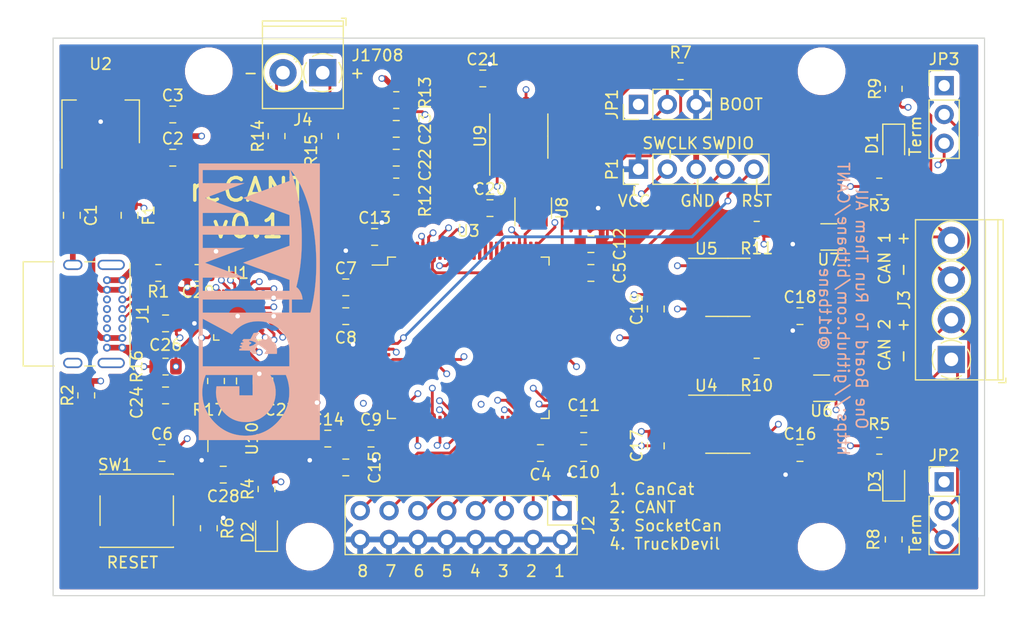
<source format=kicad_pcb>
(kicad_pcb (version 20171130) (host pcbnew "(5.1.10)-1")
  (title_block (company "Phoenix Robotik"))
  (layers (0 F.Cu signal) (1 In1.Cu signal) (2 In2.Cu signal) (31 B.Cu signal) (34 B.Paste user) (35 F.Paste user) (36 B.SilkS user) (37 F.SilkS user) (38 B.Mask user) (39 F.Mask user) (44 Edge.Cuts user))
  (net 0 "")
  (net 1 GND)
  (net 2 "Net-(D1-Pad2)")
  (net 3 "Net-(D2-Pad2)")
  (net 4 BOOT0)
  (net 5 "Net-(JP2-Pad3)")
  (net 6 VCC)
  (net 7 VBUS)
  (net 8 "Net-(D3-Pad2)")
  (net 9 CAN1_L)
  (net 10 CAN1_H)
  (net 11 LED_ACT1)
  (net 12 LED_PWR1)
  (net 13 CAN1_SHORT)
  (net 14 LED_ACT2)
  (net 15 CAN1_TX)
  (net 16 CAN1_RX)
  (net 17 "Net-(J2-Pad1)")
  (net 18 J1708_RX)
  (net 19 J1708_TX)
  (net 20 "Net-(C1-Pad2)")
  (net 21 "Net-(C4-Pad1)")
  (net 22 "Net-(C5-Pad1)")
  (net 23 /Microcontroller/NRST)
  (net 24 "Net-(C22-Pad1)")
  (net 25 "Net-(C23-Pad2)")
  (net 26 VDD33)
  (net 27 "Net-(C27-Pad2)")
  (net 28 "Net-(F1-Pad2)")
  (net 29 /HS_USB/D+)
  (net 30 "Net-(J1-PadB5)")
  (net 31 /HS_USB/D-)
  (net 32 "Net-(J1-PadA5)")
  (net 33 "Net-(J2-Pad15)")
  (net 34 "Net-(J2-Pad13)")
  (net 35 "Net-(J2-Pad11)")
  (net 36 "Net-(J2-Pad9)")
  (net 37 "Net-(J2-Pad7)")
  (net 38 "Net-(J2-Pad5)")
  (net 39 "Net-(J2-Pad3)")
  (net 40 CAN3_H)
  (net 41 CAN3_L)
  (net 42 "Net-(J4-Pad2)")
  (net 43 "Net-(J4-Pad1)")
  (net 44 "Net-(JP3-Pad3)")
  (net 45 SWDIO)
  (net 46 SWCLK)
  (net 47 CAN3_SHORT)
  (net 48 "Net-(R16-Pad1)")
  (net 49 "Net-(R17-Pad1)")
  (net 50 USB_STP)
  (net 51 "Net-(U1-Pad21)")
  (net 52 USB_D7)
  (net 53 USB_D6)
  (net 54 USB_D5)
  (net 55 USB_D4)
  (net 56 USB_D3)
  (net 57 USB_D2)
  (net 58 USB_D1)
  (net 59 USB_D0)
  (net 60 USB_NXT)
  (net 61 USB_CK)
  (net 62 USB_DIR)
  (net 63 CAN3_TX)
  (net 64 CAN3_RX)
  (net 65 "Net-(U8-Pad4)")
  (module KiCad:Logo (layer B.Cu) (at 33.02 85.725 90)
    (fp_text reference G*** hide)
    (fp_text value LOGO hide)
  )
  (module MountingHole:MountingHole_3.2mm_M3 (layer F.Cu) (at 37.465 107.315)
    (fp_text reference " " (at 0 -3.81) (layer F.SilkS))
    (fp_text value MountingHole_3.2mm_M3)
    (pad 1 np_thru_hole circle (at 0 0) (size 3.2 3.2) (drill 3.2) (layers *.Cu *.Mask))
  )
  (module MountingHole:MountingHole_3.2mm_M3 (layer F.Cu) (at 82.55 107.315)
    (fp_text reference " " (at -5.08 -3.175) (layer F.SilkS))
    (fp_text value MountingHole_3.2mm_M3)
    (pad 1 np_thru_hole circle (at 0 0) (size 3.2 3.2) (drill 3.2) (layers *.Cu *.Mask))
  )
  (module MountingHole:MountingHole_3.2mm_M3 (layer F.Cu) (at 82.55 65.405)
    (fp_text reference " " (at -4.445 2.54) (layer F.SilkS))
    (fp_text value MountingHole_3.2mm_M3)
    (pad 1 np_thru_hole circle (at 0 0) (size 3.2 3.2) (drill 3.2) (layers *.Cu *.Mask))
  )
  (module MountingHole:MountingHole_3.2mm_M3 (layer F.Cu) (at 28.575 65.405)
    (fp_text reference " " (at 1.905 5.08) (layer F.SilkS))
    (fp_text value MountingHole_3.2mm_M3)
    (pad 1 np_thru_hole circle (at 0 0) (size 3.2 3.2) (drill 3.2) (layers *.Cu *.Mask))
  )
  (module Package_QFP:LQFP-100_14x14mm_P0.5mm (layer F.Cu) (at 51.435 88.9)
    (fp_text reference U3 (at 0 -9.42) (layer F.SilkS))
    (fp_text value STM32H743VITx)
    (pad 100 smd roundrect (at -6 -7.675) (size 0.3 1.6) (layers F.Cu F.Paste F.Mask) (net 6 VCC))
    (pad 99 smd roundrect (at -5.5 -7.675) (size 0.3 1.6) (layers F.Cu F.Paste F.Mask) (net 1 GND))
    (pad 98 smd roundrect (at -5 -7.675) (size 0.3 1.6) (layers F.Cu F.Paste F.Mask))
    (pad 97 smd roundrect (at -4.5 -7.675) (size 0.3 1.6) (layers F.Cu F.Paste F.Mask))
    (pad 96 smd roundrect (at -4 -7.675) (size 0.3 1.6) (layers F.Cu F.Paste F.Mask) (net 15 CAN1_TX))
    (pad 95 smd roundrect (at -3.5 -7.675) (size 0.3 1.6) (layers F.Cu F.Paste F.Mask) (net 16 CAN1_RX))
    (pad 94 smd roundrect (at -3 -7.675) (size 0.3 1.6) (layers F.Cu F.Paste F.Mask) (net 4 BOOT0))
    (pad 93 smd roundrect (at -2.5 -7.675) (size 0.3 1.6) (layers F.Cu F.Paste F.Mask) (net 13 CAN1_SHORT))
    (pad 92 smd roundrect (at -2 -7.675) (size 0.3 1.6) (layers F.Cu F.Paste F.Mask) (net 47 CAN3_SHORT))
    (pad 91 smd roundrect (at -1.5 -7.675) (size 0.3 1.6) (layers F.Cu F.Paste F.Mask) (net 52 USB_D7))
    (pad 90 smd roundrect (at -1 -7.675) (size 0.3 1.6) (layers F.Cu F.Paste F.Mask))
    (pad 89 smd roundrect (at -0.5 -7.675) (size 0.3 1.6) (layers F.Cu F.Paste F.Mask))
    (pad 88 smd roundrect (at 0 -7.675) (size 0.3 1.6) (layers F.Cu F.Paste F.Mask))
    (pad 87 smd roundrect (at 0.5 -7.675) (size 0.3 1.6) (layers F.Cu F.Paste F.Mask))
    (pad 86 smd roundrect (at 1 -7.675) (size 0.3 1.6) (layers F.Cu F.Paste F.Mask))
    (pad 85 smd roundrect (at 1.5 -7.675) (size 0.3 1.6) (layers F.Cu F.Paste F.Mask))
    (pad 84 smd roundrect (at 2 -7.675) (size 0.3 1.6) (layers F.Cu F.Paste F.Mask))
    (pad 83 smd roundrect (at 2.5 -7.675) (size 0.3 1.6) (layers F.Cu F.Paste F.Mask))
    (pad 82 smd roundrect (at 3 -7.675) (size 0.3 1.6) (layers F.Cu F.Paste F.Mask))
    (pad 81 smd roundrect (at 3.5 -7.675) (size 0.3 1.6) (layers F.Cu F.Paste F.Mask))
    (pad 80 smd roundrect (at 4 -7.675) (size 0.3 1.6) (layers F.Cu F.Paste F.Mask))
    (pad 79 smd roundrect (at 4.5 -7.675) (size 0.3 1.6) (layers F.Cu F.Paste F.Mask) (net 18 J1708_RX))
    (pad 78 smd roundrect (at 5 -7.675) (size 0.3 1.6) (layers F.Cu F.Paste F.Mask) (net 19 J1708_TX))
    (pad 77 smd roundrect (at 5.5 -7.675) (size 0.3 1.6) (layers F.Cu F.Paste F.Mask))
    (pad 76 smd roundrect (at 6 -7.675) (size 0.3 1.6) (layers F.Cu F.Paste F.Mask) (net 46 SWCLK))
    (pad 75 smd roundrect (at 7.675 -6) (size 1.6 0.3) (layers F.Cu F.Paste F.Mask) (net 6 VCC))
    (pad 74 smd roundrect (at 7.675 -5.5) (size 1.6 0.3) (layers F.Cu F.Paste F.Mask) (net 1 GND))
    (pad 73 smd roundrect (at 7.675 -5) (size 1.6 0.3) (layers F.Cu F.Paste F.Mask) (net 22 "Net-(C5-Pad1)"))
    (pad 72 smd roundrect (at 7.675 -4.5) (size 1.6 0.3) (layers F.Cu F.Paste F.Mask) (net 45 SWDIO))
    (pad 71 smd roundrect (at 7.675 -4) (size 1.6 0.3) (layers F.Cu F.Paste F.Mask))
    (pad 70 smd roundrect (at 7.675 -3.5) (size 1.6 0.3) (layers F.Cu F.Paste F.Mask))
    (pad 69 smd roundrect (at 7.675 -3) (size 1.6 0.3) (layers F.Cu F.Paste F.Mask))
    (pad 68 smd roundrect (at 7.675 -2.5) (size 1.6 0.3) (layers F.Cu F.Paste F.Mask))
    (pad 67 smd roundrect (at 7.675 -2) (size 1.6 0.3) (layers F.Cu F.Paste F.Mask))
    (pad 66 smd roundrect (at 7.675 -1.5) (size 1.6 0.3) (layers F.Cu F.Paste F.Mask))
    (pad 65 smd roundrect (at 7.675 -1) (size 1.6 0.3) (layers F.Cu F.Paste F.Mask))
    (pad 64 smd roundrect (at 7.675 -0.5) (size 1.6 0.3) (layers F.Cu F.Paste F.Mask))
    (pad 63 smd roundrect (at 7.675 0) (size 1.6 0.3) (layers F.Cu F.Paste F.Mask))
    (pad 62 smd roundrect (at 7.675 0.5) (size 1.6 0.3) (layers F.Cu F.Paste F.Mask))
    (pad 61 smd roundrect (at 7.675 1) (size 1.6 0.3) (layers F.Cu F.Paste F.Mask))
    (pad 60 smd roundrect (at 7.675 1.5) (size 1.6 0.3) (layers F.Cu F.Paste F.Mask) (net 63 CAN3_TX))
    (pad 59 smd roundrect (at 7.675 2) (size 1.6 0.3) (layers F.Cu F.Paste F.Mask) (net 64 CAN3_RX))
    (pad 58 smd roundrect (at 7.675 2.5) (size 1.6 0.3) (layers F.Cu F.Paste F.Mask))
    (pad 57 smd roundrect (at 7.675 3) (size 1.6 0.3) (layers F.Cu F.Paste F.Mask))
    (pad 56 smd roundrect (at 7.675 3.5) (size 1.6 0.3) (layers F.Cu F.Paste F.Mask))
    (pad 55 smd roundrect (at 7.675 4) (size 1.6 0.3) (layers F.Cu F.Paste F.Mask))
    (pad 54 smd roundrect (at 7.675 4.5) (size 1.6 0.3) (layers F.Cu F.Paste F.Mask))
    (pad 53 smd roundrect (at 7.675 5) (size 1.6 0.3) (layers F.Cu F.Paste F.Mask))
    (pad 52 smd roundrect (at 7.675 5.5) (size 1.6 0.3) (layers F.Cu F.Paste F.Mask) (net 53 USB_D6))
    (pad 51 smd roundrect (at 7.675 6) (size 1.6 0.3) (layers F.Cu F.Paste F.Mask) (net 54 USB_D5))
    (pad 50 smd roundrect (at 6 7.675) (size 0.3 1.6) (layers F.Cu F.Paste F.Mask) (net 6 VCC))
    (pad 49 smd roundrect (at 5.5 7.675) (size 0.3 1.6) (layers F.Cu F.Paste F.Mask) (net 1 GND))
    (pad 48 smd roundrect (at 5 7.675) (size 0.3 1.6) (layers F.Cu F.Paste F.Mask) (net 21 "Net-(C4-Pad1)"))
    (pad 47 smd roundrect (at 4.5 7.675) (size 0.3 1.6) (layers F.Cu F.Paste F.Mask) (net 55 USB_D4))
    (pad 46 smd roundrect (at 4 7.675) (size 0.3 1.6) (layers F.Cu F.Paste F.Mask) (net 56 USB_D3))
    (pad 45 smd roundrect (at 3.5 7.675) (size 0.3 1.6) (layers F.Cu F.Paste F.Mask) (net 17 "Net-(J2-Pad1)"))
    (pad 44 smd roundrect (at 3 7.675) (size 0.3 1.6) (layers F.Cu F.Paste F.Mask) (net 39 "Net-(J2-Pad3)"))
    (pad 43 smd roundrect (at 2.5 7.675) (size 0.3 1.6) (layers F.Cu F.Paste F.Mask) (net 38 "Net-(J2-Pad5)"))
    (pad 42 smd roundrect (at 2 7.675) (size 0.3 1.6) (layers F.Cu F.Paste F.Mask) (net 37 "Net-(J2-Pad7)"))
    (pad 41 smd roundrect (at 1.5 7.675) (size 0.3 1.6) (layers F.Cu F.Paste F.Mask) (net 36 "Net-(J2-Pad9)"))
    (pad 40 smd roundrect (at 1 7.675) (size 0.3 1.6) (layers F.Cu F.Paste F.Mask) (net 35 "Net-(J2-Pad11)"))
    (pad 39 smd roundrect (at 0.5 7.675) (size 0.3 1.6) (layers F.Cu F.Paste F.Mask) (net 34 "Net-(J2-Pad13)"))
    (pad 38 smd roundrect (at 0 7.675) (size 0.3 1.6) (layers F.Cu F.Paste F.Mask) (net 33 "Net-(J2-Pad15)"))
    (pad 37 smd roundrect (at -0.5 7.675) (size 0.3 1.6) (layers F.Cu F.Paste F.Mask))
    (pad 36 smd roundrect (at -1 7.675) (size 0.3 1.6) (layers F.Cu F.Paste F.Mask) (net 12 LED_PWR1))
    (pad 35 smd roundrect (at -1.5 7.675) (size 0.3 1.6) (layers F.Cu F.Paste F.Mask) (net 57 USB_D2))
    (pad 34 smd roundrect (at -2 7.675) (size 0.3 1.6) (layers F.Cu F.Paste F.Mask) (net 58 USB_D1))
    (pad 33 smd roundrect (at -2.5 7.675) (size 0.3 1.6) (layers F.Cu F.Paste F.Mask) (net 14 LED_ACT2))
    (pad 32 smd roundrect (at -3 7.675) (size 0.3 1.6) (layers F.Cu F.Paste F.Mask) (net 11 LED_ACT1))
    (pad 31 smd roundrect (at -3.5 7.675) (size 0.3 1.6) (layers F.Cu F.Paste F.Mask))
    (pad 30 smd roundrect (at -4 7.675) (size 0.3 1.6) (layers F.Cu F.Paste F.Mask))
    (pad 29 smd roundrect (at -4.5 7.675) (size 0.3 1.6) (layers F.Cu F.Paste F.Mask) (net 61 USB_CK))
    (pad 28 smd roundrect (at -5 7.675) (size 0.3 1.6) (layers F.Cu F.Paste F.Mask))
    (pad 27 smd roundrect (at -5.5 7.675) (size 0.3 1.6) (layers F.Cu F.Paste F.Mask) (net 6 VCC))
    (pad 26 smd roundrect (at -6 7.675) (size 0.3 1.6) (layers F.Cu F.Paste F.Mask) (net 1 GND))
    (pad 25 smd roundrect (at -7.675 6) (size 1.6 0.3) (layers F.Cu F.Paste F.Mask) (net 59 USB_D0))
    (pad 24 smd roundrect (at -7.675 5.5) (size 1.6 0.3) (layers F.Cu F.Paste F.Mask))
    (pad 23 smd roundrect (at -7.675 5) (size 1.6 0.3) (layers F.Cu F.Paste F.Mask))
    (pad 22 smd roundrect (at -7.675 4.5) (size 1.6 0.3) (layers F.Cu F.Paste F.Mask))
    (pad 21 smd roundrect (at -7.675 4) (size 1.6 0.3) (layers F.Cu F.Paste F.Mask) (net 6 VCC))
    (pad 20 smd roundrect (at -7.675 3.5) (size 1.6 0.3) (layers F.Cu F.Paste F.Mask) (net 6 VCC))
    (pad 19 smd roundrect (at -7.675 3) (size 1.6 0.3) (layers F.Cu F.Paste F.Mask) (net 1 GND))
    (pad 18 smd roundrect (at -7.675 2.5) (size 1.6 0.3) (layers F.Cu F.Paste F.Mask) (net 60 USB_NXT))
    (pad 17 smd roundrect (at -7.675 2) (size 1.6 0.3) (layers F.Cu F.Paste F.Mask) (net 62 USB_DIR))
    (pad 16 smd roundrect (at -7.675 1.5) (size 1.6 0.3) (layers F.Cu F.Paste F.Mask))
    (pad 15 smd roundrect (at -7.675 1) (size 1.6 0.3) (layers F.Cu F.Paste F.Mask) (net 50 USB_STP))
    (pad 14 smd roundrect (at -7.675 0.5) (size 1.6 0.3) (layers F.Cu F.Paste F.Mask) (net 23 /Microcontroller/NRST))
    (pad 13 smd roundrect (at -7.675 0) (size 1.6 0.3) (layers F.Cu F.Paste F.Mask))
    (pad 12 smd roundrect (at -7.675 -0.5) (size 1.6 0.3) (layers F.Cu F.Paste F.Mask))
    (pad 11 smd roundrect (at -7.675 -1) (size 1.6 0.3) (layers F.Cu F.Paste F.Mask) (net 6 VCC))
    (pad 10 smd roundrect (at -7.675 -1.5) (size 1.6 0.3) (layers F.Cu F.Paste F.Mask) (net 1 GND))
    (pad 9 smd roundrect (at -7.675 -2) (size 1.6 0.3) (layers F.Cu F.Paste F.Mask))
    (pad 8 smd roundrect (at -7.675 -2.5) (size 1.6 0.3) (layers F.Cu F.Paste F.Mask))
    (pad 7 smd roundrect (at -7.675 -3) (size 1.6 0.3) (layers F.Cu F.Paste F.Mask))
    (pad 6 smd roundrect (at -7.675 -3.5) (size 1.6 0.3) (layers F.Cu F.Paste F.Mask) (net 6 VCC))
    (pad 5 smd roundrect (at -7.675 -4) (size 1.6 0.3) (layers F.Cu F.Paste F.Mask))
    (pad 4 smd roundrect (at -7.675 -4.5) (size 1.6 0.3) (layers F.Cu F.Paste F.Mask))
    (pad 3 smd roundrect (at -7.675 -5) (size 1.6 0.3) (layers F.Cu F.Paste F.Mask))
    (pad 2 smd roundrect (at -7.675 -5.5) (size 1.6 0.3) (layers F.Cu F.Paste F.Mask))
    (pad 1 smd roundrect (at -7.675 -6) (size 1.6 0.3) (layers F.Cu F.Paste F.Mask))
  )
  (module Capacitor_SMD:C_0805_2012Metric (layer F.Cu) (at 67.945 86.36 90)
    (fp_text reference C19 (at 0 -1.68 90) (layer F.SilkS))
    (fp_text value 100nF)
    (pad 2 smd roundrect (at 0.95 0 90) (size 1 1.45) (layers F.Cu F.Paste F.Mask) (net 7 VBUS))
    (pad 1 smd roundrect (at -0.95 0 90) (size 1 1.45) (layers F.Cu F.Paste F.Mask) (net 1 GND))
  )
  (module Capacitor_SMD:C_0805_2012Metric (layer F.Cu) (at 80.645 86.995)
    (fp_text reference C18 (at 0 -1.68) (layer F.SilkS))
    (fp_text value 100nF)
    (pad 2 smd roundrect (at 0.95 0) (size 1 1.45) (layers F.Cu F.Paste F.Mask) (net 1 GND))
    (pad 1 smd roundrect (at -0.95 0) (size 1 1.45) (layers F.Cu F.Paste F.Mask) (net 6 VCC))
  )
  (module Capacitor_SMD:C_0805_2012Metric (layer F.Cu) (at 67.945 98.425 90)
    (fp_text reference C17 (at 0 -1.68 90) (layer F.SilkS))
    (fp_text value 100nF)
    (pad 2 smd roundrect (at 0.95 0 90) (size 1 1.45) (layers F.Cu F.Paste F.Mask) (net 7 VBUS))
    (pad 1 smd roundrect (at -0.95 0 90) (size 1 1.45) (layers F.Cu F.Paste F.Mask) (net 1 GND))
  )
  (module Capacitor_SMD:C_0805_2012Metric (layer F.Cu) (at 80.645 99.06)
    (fp_text reference C16 (at 0 -1.68) (layer F.SilkS))
    (fp_text value 100nF)
    (pad 2 smd roundrect (at 0.95 0) (size 1 1.45) (layers F.Cu F.Paste F.Mask) (net 1 GND))
    (pad 1 smd roundrect (at -0.95 0) (size 1 1.45) (layers F.Cu F.Paste F.Mask) (net 6 VCC))
  )
  (module Capacitor_SMD:C_0805_2012Metric (layer F.Cu) (at 25.4 69.215)
    (fp_text reference C3 (at 0 -1.68) (layer F.SilkS))
    (fp_text value 10uF)
    (pad 2 smd roundrect (at 0.95 0) (size 1 1.45) (layers F.Cu F.Paste F.Mask) (net 1 GND))
    (pad 1 smd roundrect (at -0.95 0) (size 1 1.45) (layers F.Cu F.Paste F.Mask) (net 6 VCC))
  )
  (module Capacitor_SMD:C_0805_2012Metric (layer F.Cu) (at 25.4 73.025)
    (fp_text reference C2 (at 0 -1.68) (layer F.SilkS))
    (fp_text value 100nF)
    (pad 2 smd roundrect (at 0.95 0) (size 1 1.45) (layers F.Cu F.Paste F.Mask) (net 1 GND))
    (pad 1 smd roundrect (at -0.95 0) (size 1 1.45) (layers F.Cu F.Paste F.Mask) (net 7 VBUS))
  )
  (module DSC1001:Oscillator_SMD_Microchip_DSC1001-4Pin_2.5x2.0mm (layer F.Cu) (at 29.845 97.79)
    (fp_text reference U10 (at 2.54 0 90) (layer F.SilkS))
    (fp_text value DSC1001)
    (pad 4 smd rect (at -0.825 -0.775) (size 0.65 0.85) (layers F.Cu F.Paste F.Mask) (net 6 VCC))
    (pad 3 smd rect (at 0.825 -0.775) (size 0.65 0.85) (layers F.Cu F.Paste F.Mask) (net 51 "Net-(U1-Pad21)"))
    (pad 2 smd rect (at 0.825 0.775) (size 0.65 0.85) (layers F.Cu F.Paste F.Mask) (net 1 GND))
    (pad 1 smd rect (at -0.825 0.775) (size 0.65 0.85) (layers F.Cu F.Paste F.Mask) (net 6 VCC))
  )
  (module Package_SO:SOIC-8_3.9x4.9mm_P1.27mm (layer F.Cu) (at 55.88 71.12 90)
    (fp_text reference U9 (at 0 -3.4 90) (layer F.SilkS))
    (fp_text value ST485EBDR)
    (pad 8 smd roundrect (at 2.475 -1.905 90) (size 1.95 0.6) (layers F.Cu F.Paste F.Mask) (net 6 VCC))
    (pad 7 smd roundrect (at 2.475 -0.635 90) (size 1.95 0.6) (layers F.Cu F.Paste F.Mask) (net 24 "Net-(C22-Pad1)"))
    (pad 6 smd roundrect (at 2.475 0.635 90) (size 1.95 0.6) (layers F.Cu F.Paste F.Mask) (net 25 "Net-(C23-Pad2)"))
    (pad 5 smd roundrect (at 2.475 1.905 90) (size 1.95 0.6) (layers F.Cu F.Paste F.Mask) (net 1 GND))
    (pad 4 smd roundrect (at -2.475 1.905 90) (size 1.95 0.6) (layers F.Cu F.Paste F.Mask) (net 1 GND))
    (pad 3 smd roundrect (at -2.475 0.635 90) (size 1.95 0.6) (layers F.Cu F.Paste F.Mask) (net 65 "Net-(U8-Pad4)"))
    (pad 2 smd roundrect (at -2.475 -0.635 90) (size 1.95 0.6) (layers F.Cu F.Paste F.Mask) (net 1 GND))
    (pad 1 smd roundrect (at -2.475 -1.905 90) (size 1.95 0.6) (layers F.Cu F.Paste F.Mask) (net 18 J1708_RX))
  )
  (module Package_TO_SOT_SMD:SOT-23-5 (layer F.Cu) (at 57.15 77.47 90)
    (fp_text reference U8 (at 0 2.54 90) (layer F.SilkS))
    (fp_text value SN74LVC1G14DBV)
    (pad 5 smd rect (at 1.1 -0.95 90) (size 1.06 0.65) (layers F.Cu F.Paste F.Mask) (net 6 VCC))
    (pad 4 smd rect (at 1.1 0.95 90) (size 1.06 0.65) (layers F.Cu F.Paste F.Mask) (net 65 "Net-(U8-Pad4)"))
    (pad 3 smd rect (at -1.1 0.95 90) (size 1.06 0.65) (layers F.Cu F.Paste F.Mask) (net 1 GND))
    (pad 2 smd rect (at -1.1 0 90) (size 1.06 0.65) (layers F.Cu F.Paste F.Mask) (net 19 J1708_TX))
    (pad 1 smd rect (at -1.1 -0.95 90) (size 1.06 0.65) (layers F.Cu F.Paste F.Mask))
  )
  (module Package_TO_SOT_SMD:SOT-353_SC-70-5_Handsoldering (layer F.Cu) (at 83.185 80.01 180)
    (fp_text reference U7 (at 0 -2) (layer F.SilkS))
    (fp_text value 74LVC1G66)
    (pad 5 smd rect (at 1.33 -0.65 180) (size 1.5 0.4) (layers F.Cu F.Paste F.Mask) (net 6 VCC))
    (pad 4 smd rect (at 1.33 0.65 180) (size 1.5 0.4) (layers F.Cu F.Paste F.Mask) (net 13 CAN1_SHORT))
    (pad 3 smd rect (at -1.33 0.65 180) (size 1.5 0.4) (layers F.Cu F.Paste F.Mask) (net 1 GND))
    (pad 2 smd rect (at -1.33 0 180) (size 1.5 0.4) (layers F.Cu F.Paste F.Mask) (net 10 CAN1_H))
    (pad 1 smd rect (at -1.33 -0.65 180) (size 1.5 0.4) (layers F.Cu F.Paste F.Mask) (net 9 CAN1_L))
  )
  (module Package_TO_SOT_SMD:SOT-353_SC-70-5_Handsoldering (layer F.Cu) (at 82.55 93.345 180)
    (fp_text reference U6 (at 0 -2) (layer F.SilkS))
    (fp_text value 74LVC1G66)
    (pad 5 smd rect (at 1.33 -0.65 180) (size 1.5 0.4) (layers F.Cu F.Paste F.Mask) (net 6 VCC))
    (pad 4 smd rect (at 1.33 0.65 180) (size 1.5 0.4) (layers F.Cu F.Paste F.Mask) (net 47 CAN3_SHORT))
    (pad 3 smd rect (at -1.33 0.65 180) (size 1.5 0.4) (layers F.Cu F.Paste F.Mask) (net 1 GND))
    (pad 2 smd rect (at -1.33 0 180) (size 1.5 0.4) (layers F.Cu F.Paste F.Mask) (net 40 CAN3_H))
    (pad 1 smd rect (at -1.33 -0.65 180) (size 1.5 0.4) (layers F.Cu F.Paste F.Mask) (net 41 CAN3_L))
  )
  (module Package_SO:SOIC-8_3.9x4.9mm_P1.27mm (layer F.Cu) (at 74.295 84.455)
    (fp_text reference U5 (at -1.905 -3.4) (layer F.SilkS))
    (fp_text value MCP2558FD-xSN)
    (pad 8 smd roundrect (at 2.475 -1.905) (size 1.95 0.6) (layers F.Cu F.Paste F.Mask) (net 1 GND))
    (pad 7 smd roundrect (at 2.475 -0.635) (size 1.95 0.6) (layers F.Cu F.Paste F.Mask) (net 10 CAN1_H))
    (pad 6 smd roundrect (at 2.475 0.635) (size 1.95 0.6) (layers F.Cu F.Paste F.Mask) (net 9 CAN1_L))
    (pad 5 smd roundrect (at 2.475 1.905) (size 1.95 0.6) (layers F.Cu F.Paste F.Mask) (net 6 VCC))
    (pad 4 smd roundrect (at -2.475 1.905) (size 1.95 0.6) (layers F.Cu F.Paste F.Mask) (net 16 CAN1_RX))
    (pad 3 smd roundrect (at -2.475 0.635) (size 1.95 0.6) (layers F.Cu F.Paste F.Mask) (net 7 VBUS))
    (pad 2 smd roundrect (at -2.475 -0.635) (size 1.95 0.6) (layers F.Cu F.Paste F.Mask) (net 1 GND))
    (pad 1 smd roundrect (at -2.475 -1.905) (size 1.95 0.6) (layers F.Cu F.Paste F.Mask) (net 15 CAN1_TX))
  )
  (module Package_SO:SOIC-8_3.9x4.9mm_P1.27mm (layer F.Cu) (at 74.295 96.52)
    (fp_text reference U4 (at -1.905 -3.4) (layer F.SilkS))
    (fp_text value MCP2558FD-xSN)
    (pad 8 smd roundrect (at 2.475 -1.905) (size 1.95 0.6) (layers F.Cu F.Paste F.Mask) (net 1 GND))
    (pad 7 smd roundrect (at 2.475 -0.635) (size 1.95 0.6) (layers F.Cu F.Paste F.Mask) (net 40 CAN3_H))
    (pad 6 smd roundrect (at 2.475 0.635) (size 1.95 0.6) (layers F.Cu F.Paste F.Mask) (net 41 CAN3_L))
    (pad 5 smd roundrect (at 2.475 1.905) (size 1.95 0.6) (layers F.Cu F.Paste F.Mask) (net 6 VCC))
    (pad 4 smd roundrect (at -2.475 1.905) (size 1.95 0.6) (layers F.Cu F.Paste F.Mask) (net 64 CAN3_RX))
    (pad 3 smd roundrect (at -2.475 0.635) (size 1.95 0.6) (layers F.Cu F.Paste F.Mask) (net 7 VBUS))
    (pad 2 smd roundrect (at -2.475 -0.635) (size 1.95 0.6) (layers F.Cu F.Paste F.Mask) (net 1 GND))
    (pad 1 smd roundrect (at -2.475 -1.905) (size 1.95 0.6) (layers F.Cu F.Paste F.Mask) (net 63 CAN3_TX))
  )
  (module Package_TO_SOT_SMD:SOT-223 (layer F.Cu) (at 19.05 69.85 90)
    (fp_text reference U2 (at 5.08 0 180) (layer F.SilkS))
    (fp_text value LD1117S33TR)
    (pad 1 smd rect (at -3.15 -2.3 90) (size 2 1.5) (layers F.Cu F.Paste F.Mask) (net 1 GND))
    (pad 3 smd rect (at -3.15 2.3 90) (size 2 1.5) (layers F.Cu F.Paste F.Mask) (net 7 VBUS))
    (pad 2 smd rect (at -3.15 0 90) (size 2 1.5) (layers F.Cu F.Paste F.Mask) (net 6 VCC))
    (pad 4 smd rect (at 3.15 0 90) (size 2 3.8) (layers F.Cu F.Paste F.Mask))
  )
  (module Package_DFN_QFN:QFN-24-1EP_4x4mm_P0.5mm_EP2.6x2.6mm (layer F.Cu) (at 31.115 86.995 180)
    (fp_text reference U1 (at 0 3.81) (layer F.SilkS))
    (fp_text value USB3343)
    (pad 25 smd rect (at 0 0 180) (size 2.6 2.6) (layers F.Cu F.Mask) (net 1 GND))
    (pad 24 smd roundrect (at -1.25 -1.9375 180) (size 0.25 0.825) (layers F.Cu F.Paste F.Mask) (net 50 USB_STP))
    (pad 23 smd roundrect (at -0.75 -1.9375 180) (size 0.25 0.825) (layers F.Cu F.Paste F.Mask) (net 27 "Net-(C27-Pad2)"))
    (pad 22 smd roundrect (at -0.25 -1.9375 180) (size 0.25 0.825) (layers F.Cu F.Paste F.Mask) (net 6 VCC))
    (pad 21 smd roundrect (at 0.25 -1.9375 180) (size 0.25 0.825) (layers F.Cu F.Paste F.Mask) (net 51 "Net-(U1-Pad21)"))
    (pad 20 smd roundrect (at 0.75 -1.9375 180) (size 0.25 0.825) (layers F.Cu F.Paste F.Mask))
    (pad 19 smd roundrect (at 1.25 -1.9375 180) (size 0.25 0.825) (layers F.Cu F.Paste F.Mask) (net 49 "Net-(R17-Pad1)"))
    (pad 18 smd roundrect (at 1.9375 -1.25 180) (size 0.825 0.25) (layers F.Cu F.Paste F.Mask) (net 26 VDD33))
    (pad 17 smd roundrect (at 1.9375 -0.75 180) (size 0.825 0.25) (layers F.Cu F.Paste F.Mask) (net 48 "Net-(R16-Pad1)"))
    (pad 16 smd roundrect (at 1.9375 -0.25 180) (size 0.825 0.25) (layers F.Cu F.Paste F.Mask) (net 6 VCC))
    (pad 15 smd roundrect (at 1.9375 0.25 180) (size 0.825 0.25) (layers F.Cu F.Paste F.Mask) (net 26 VDD33))
    (pad 14 smd roundrect (at 1.9375 0.75 180) (size 0.825 0.25) (layers F.Cu F.Paste F.Mask) (net 31 /HS_USB/D-))
    (pad 13 smd roundrect (at 1.9375 1.25 180) (size 0.825 0.25) (layers F.Cu F.Paste F.Mask) (net 29 /HS_USB/D+))
    (pad 12 smd roundrect (at 1.25 1.9375 180) (size 0.25 0.825) (layers F.Cu F.Paste F.Mask) (net 52 USB_D7))
    (pad 11 smd roundrect (at 0.75 1.9375 180) (size 0.25 0.825) (layers F.Cu F.Paste F.Mask) (net 53 USB_D6))
    (pad 10 smd roundrect (at 0.25 1.9375 180) (size 0.25 0.825) (layers F.Cu F.Paste F.Mask) (net 54 USB_D5))
    (pad 9 smd roundrect (at -0.25 1.9375 180) (size 0.25 0.825) (layers F.Cu F.Paste F.Mask) (net 6 VCC))
    (pad 8 smd roundrect (at -0.75 1.9375 180) (size 0.25 0.825) (layers F.Cu F.Paste F.Mask) (net 55 USB_D4))
    (pad 7 smd roundrect (at -1.25 1.9375 180) (size 0.25 0.825) (layers F.Cu F.Paste F.Mask) (net 56 USB_D3))
    (pad 6 smd roundrect (at -1.9375 1.25 180) (size 0.825 0.25) (layers F.Cu F.Paste F.Mask) (net 57 USB_D2))
    (pad 5 smd roundrect (at -1.9375 0.75 180) (size 0.825 0.25) (layers F.Cu F.Paste F.Mask) (net 58 USB_D1))
    (pad 4 smd roundrect (at -1.9375 0.25 180) (size 0.825 0.25) (layers F.Cu F.Paste F.Mask) (net 59 USB_D0))
    (pad 3 smd roundrect (at -1.9375 -0.25 180) (size 0.825 0.25) (layers F.Cu F.Paste F.Mask) (net 60 USB_NXT))
    (pad 2 smd roundrect (at -1.9375 -0.75 180) (size 0.825 0.25) (layers F.Cu F.Paste F.Mask) (net 61 USB_CK))
    (pad 1 smd roundrect (at -1.9375 -1.25 180) (size 0.825 0.25) (layers F.Cu F.Paste F.Mask) (net 62 USB_DIR))
  )
  (module Button_Switch_SMD:SW_SPST_PTS645 (layer F.Cu) (at 22.225 104.14)
    (fp_text reference SW1 (at -1.905 -4.05) (layer F.SilkS))
    (fp_text value SW_SPST)
    (pad 2 smd rect (at 3.98 2.25) (size 1.55 1.3) (layers F.Cu F.Paste F.Mask) (net 23 /Microcontroller/NRST))
    (pad 1 smd rect (at 3.98 -2.25) (size 1.55 1.3) (layers F.Cu F.Paste F.Mask) (net 1 GND))
    (pad 1 smd rect (at -3.98 -2.25) (size 1.55 1.3) (layers F.Cu F.Paste F.Mask) (net 1 GND))
    (pad 2 smd rect (at -3.98 2.25) (size 1.55 1.3) (layers F.Cu F.Paste F.Mask) (net 23 /Microcontroller/NRST))
  )
  (module Resistor_SMD:R_0805_2012Metric (layer F.Cu) (at 29.21 92.71 270)
    (fp_text reference R17 (at 2.54 0.635 180) (layer F.SilkS))
    (fp_text value 8.06K)
    (pad 2 smd roundrect (at 0.9125 0 270) (size 1.025 1.4) (layers F.Cu F.Paste F.Mask) (roundrect_rratio 0.243902) (net 1 GND))
    (pad 1 smd roundrect (at -0.9125 0 270) (size 1.025 1.4) (layers F.Cu F.Paste F.Mask) (roundrect_rratio 0.243902) (net 49 "Net-(R17-Pad1)"))
  )
  (module Resistor_SMD:R_0805_2012Metric (layer F.Cu) (at 24.765 91.44 180)
    (fp_text reference R16 (at 2.54 0 90) (layer F.SilkS))
    (fp_text value 20K)
    (pad 2 smd roundrect (at 0.9125 0 180) (size 1.025 1.4) (layers F.Cu F.Paste F.Mask) (roundrect_rratio 0.243902) (net 7 VBUS))
    (pad 1 smd roundrect (at -0.9125 0 180) (size 1.025 1.4) (layers F.Cu F.Paste F.Mask) (roundrect_rratio 0.243902) (net 48 "Net-(R16-Pad1)"))
  )
  (module Resistor_SMD:R_0805_2012Metric (layer F.Cu) (at 39.243 71.12 90)
    (fp_text reference R15 (at -1.27 -1.65 90) (layer F.SilkS))
    (fp_text value 47)
    (pad 2 smd roundrect (at 0.9125 0 90) (size 1.025 1.4) (layers F.Cu F.Paste F.Mask) (roundrect_rratio 0.243902) (net 43 "Net-(J4-Pad1)"))
    (pad 1 smd roundrect (at -0.9125 0 90) (size 1.025 1.4) (layers F.Cu F.Paste F.Mask) (roundrect_rratio 0.243902) (net 25 "Net-(C23-Pad2)"))
  )
  (module Resistor_SMD:R_0805_2012Metric (layer F.Cu) (at 34.544 71.12 90)
    (fp_text reference R14 (at 0 -1.65 90) (layer F.SilkS))
    (fp_text value 47)
    (pad 2 smd roundrect (at 0.9125 0 90) (size 1.025 1.4) (layers F.Cu F.Paste F.Mask) (roundrect_rratio 0.243902) (net 42 "Net-(J4-Pad2)"))
    (pad 1 smd roundrect (at -0.9125 0 90) (size 1.025 1.4) (layers F.Cu F.Paste F.Mask) (roundrect_rratio 0.243902) (net 24 "Net-(C22-Pad1)"))
  )
  (module Resistor_SMD:R_0805_2012Metric (layer F.Cu) (at 45.085 67.945 180)
    (fp_text reference R13 (at -2.54 0.635 90) (layer F.SilkS))
    (fp_text value 4.7K)
    (pad 2 smd roundrect (at 0.9125 0 180) (size 1.025 1.4) (layers F.Cu F.Paste F.Mask) (roundrect_rratio 0.243902) (net 25 "Net-(C23-Pad2)"))
    (pad 1 smd roundrect (at -0.9125 0 180) (size 1.025 1.4) (layers F.Cu F.Paste F.Mask) (roundrect_rratio 0.243902) (net 7 VBUS))
  )
  (module Resistor_SMD:R_0805_2012Metric (layer F.Cu) (at 45.085 75.565)
    (fp_text reference R12 (at 2.54 1.27 90) (layer F.SilkS))
    (fp_text value 4.7K)
    (pad 2 smd roundrect (at 0.9125 0) (size 1.025 1.4) (layers F.Cu F.Paste F.Mask) (roundrect_rratio 0.243902) (net 1 GND))
    (pad 1 smd roundrect (at -0.9125 0) (size 1.025 1.4) (layers F.Cu F.Paste F.Mask) (roundrect_rratio 0.243902) (net 24 "Net-(C22-Pad1)"))
  )
  (module Resistor_SMD:R_0805_2012Metric (layer F.Cu) (at 76.835 79.375 180)
    (fp_text reference R11 (at 0 -1.65) (layer F.SilkS))
    (fp_text value 4.7K)
    (pad 2 smd roundrect (at 0.9125 0 180) (size 1.025 1.4) (layers F.Cu F.Paste F.Mask) (roundrect_rratio 0.243902) (net 1 GND))
    (pad 1 smd roundrect (at -0.9125 0 180) (size 1.025 1.4) (layers F.Cu F.Paste F.Mask) (roundrect_rratio 0.243902) (net 13 CAN1_SHORT))
  )
  (module Resistor_SMD:R_0805_2012Metric (layer F.Cu) (at 76.835 91.44 180)
    (fp_text reference R10 (at 0 -1.65) (layer F.SilkS))
    (fp_text value 4.7K)
    (pad 2 smd roundrect (at 0.9125 0 180) (size 1.025 1.4) (layers F.Cu F.Paste F.Mask) (roundrect_rratio 0.243902) (net 1 GND))
    (pad 1 smd roundrect (at -0.9125 0 180) (size 1.025 1.4) (layers F.Cu F.Paste F.Mask) (roundrect_rratio 0.243902) (net 47 CAN3_SHORT))
  )
  (module Resistor_SMD:R_0805_2012Metric (layer F.Cu) (at 88.9 66.9525 90)
    (fp_text reference R9 (at 0 -1.65 90) (layer F.SilkS))
    (fp_text value 120)
    (pad 2 smd roundrect (at 0.9125 0 90) (size 1.025 1.4) (layers F.Cu F.Paste F.Mask) (roundrect_rratio 0.243902) (net 10 CAN1_H))
    (pad 1 smd roundrect (at -0.9125 0 90) (size 1.025 1.4) (layers F.Cu F.Paste F.Mask) (roundrect_rratio 0.243902) (net 44 "Net-(JP3-Pad3)"))
  )
  (module Resistor_SMD:R_0805_2012Metric (layer F.Cu) (at 88.9 106.68 270)
    (fp_text reference R8 (at 0 1.778 90) (layer F.SilkS))
    (fp_text value 120)
    (pad 2 smd roundrect (at 0.9125 0 270) (size 1.025 1.4) (layers F.Cu F.Paste F.Mask) (roundrect_rratio 0.243902) (net 40 CAN3_H))
    (pad 1 smd roundrect (at -0.9125 0 270) (size 1.025 1.4) (layers F.Cu F.Paste F.Mask) (roundrect_rratio 0.243902) (net 5 "Net-(JP2-Pad3)"))
  )
  (module Resistor_SMD:R_0805_2012Metric (layer F.Cu) (at 70.1275 65.405)
    (fp_text reference R7 (at 0 -1.65) (layer F.SilkS))
    (fp_text value 10k)
    (pad 2 smd roundrect (at 0.9125 0) (size 1.025 1.4) (layers F.Cu F.Paste F.Mask) (roundrect_rratio 0.243902) (net 1 GND))
    (pad 1 smd roundrect (at -0.9125 0) (size 1.025 1.4) (layers F.Cu F.Paste F.Mask) (roundrect_rratio 0.243902) (net 4 BOOT0))
  )
  (module Resistor_SMD:R_0805_2012Metric (layer F.Cu) (at 28.575 105.6875 270)
    (fp_text reference R6 (at 0 -1.65 90) (layer F.SilkS))
    (fp_text value 100K)
    (pad 2 smd roundrect (at 0.9125 0 270) (size 1.025 1.4) (layers F.Cu F.Paste F.Mask) (roundrect_rratio 0.243902) (net 23 /Microcontroller/NRST))
    (pad 1 smd roundrect (at -0.9125 0 270) (size 1.025 1.4) (layers F.Cu F.Paste F.Mask) (roundrect_rratio 0.243902) (net 6 VCC))
  )
  (module Resistor_SMD:R_0805_2012Metric (layer F.Cu) (at 87.63 98.425 180)
    (fp_text reference R5 (at 0 1.905) (layer F.SilkS))
    (fp_text value 68)
    (pad 2 smd roundrect (at 0.9125 0 180) (size 1.025 1.4) (layers F.Cu F.Paste F.Mask) (roundrect_rratio 0.243902) (net 14 LED_ACT2))
    (pad 1 smd roundrect (at -0.9125 0 180) (size 1.025 1.4) (layers F.Cu F.Paste F.Mask) (roundrect_rratio 0.243902) (net 8 "Net-(D3-Pad2)"))
  )
  (module Resistor_SMD:R_0805_2012Metric (layer F.Cu) (at 33.655 102.235 90)
    (fp_text reference R4 (at 0 -1.65 90) (layer F.SilkS))
    (fp_text value 68)
    (pad 2 smd roundrect (at 0.9125 0 90) (size 1.025 1.4) (layers F.Cu F.Paste F.Mask) (roundrect_rratio 0.243902) (net 12 LED_PWR1))
    (pad 1 smd roundrect (at -0.9125 0 90) (size 1.025 1.4) (layers F.Cu F.Paste F.Mask) (roundrect_rratio 0.243902) (net 3 "Net-(D2-Pad2)"))
  )
  (module Resistor_SMD:R_0805_2012Metric (layer F.Cu) (at 87.63 75.565 180)
    (fp_text reference R3 (at 0 -1.65) (layer F.SilkS))
    (fp_text value 68)
    (pad 2 smd roundrect (at 0.9125 0 180) (size 1.025 1.4) (layers F.Cu F.Paste F.Mask) (roundrect_rratio 0.243902) (net 11 LED_ACT1))
    (pad 1 smd roundrect (at -0.9125 0 180) (size 1.025 1.4) (layers F.Cu F.Paste F.Mask) (roundrect_rratio 0.243902) (net 2 "Net-(D1-Pad2)"))
  )
  (module Resistor_SMD:R_0805_2012Metric (layer F.Cu) (at 17.78 93.98 90)
    (fp_text reference R2 (at 0 -1.65 90) (layer F.SilkS))
    (fp_text value 5.1K)
    (pad 2 smd roundrect (at 0.9125 0 90) (size 1.025 1.4) (layers F.Cu F.Paste F.Mask) (roundrect_rratio 0.243902) (net 30 "Net-(J1-PadB5)"))
    (pad 1 smd roundrect (at -0.9125 0 90) (size 1.025 1.4) (layers F.Cu F.Paste F.Mask) (roundrect_rratio 0.243902) (net 1 GND))
  )
  (module Resistor_SMD:R_0805_2012Metric (layer F.Cu) (at 24.13 83.185 180)
    (fp_text reference R1 (at 0 -1.65) (layer F.SilkS))
    (fp_text value 5.1K)
    (pad 2 smd roundrect (at 0.9125 0 180) (size 1.025 1.4) (layers F.Cu F.Paste F.Mask) (roundrect_rratio 0.243902) (net 32 "Net-(J1-PadA5)"))
    (pad 1 smd roundrect (at -0.9125 0 180) (size 1.025 1.4) (layers F.Cu F.Paste F.Mask) (roundrect_rratio 0.243902) (net 1 GND))
  )
  (module Connector_PinHeader_2.54mm:PinHeader_1x05_P2.54mm_Vertical (layer F.Cu) (at 66.421 74.041 90)
    (fp_text reference P1 (at 0 -2.33 90) (layer F.SilkS))
    (fp_text value SWD)
    (pad 5 thru_hole oval (at 0 10.16 90) (size 1.7 1.7) (drill 1) (layers *.Cu *.Mask) (net 23 /Microcontroller/NRST))
    (pad 4 thru_hole oval (at 0 7.62 90) (size 1.7 1.7) (drill 1) (layers *.Cu *.Mask) (net 45 SWDIO))
    (pad 3 thru_hole oval (at 0 5.08 90) (size 1.7 1.7) (drill 1) (layers *.Cu *.Mask) (net 1 GND))
    (pad 2 thru_hole oval (at 0 2.54 90) (size 1.7 1.7) (drill 1) (layers *.Cu *.Mask) (net 46 SWCLK))
    (pad 1 thru_hole rect (at 0 0 90) (size 1.7 1.7) (drill 1) (layers *.Cu *.Mask) (net 6 VCC))
  )
  (module Connector_PinHeader_2.54mm:PinHeader_1x03_P2.54mm_Vertical (layer F.Cu) (at 93.345 66.675)
    (fp_text reference JP3 (at 0 -2.33) (layer F.SilkS))
    (fp_text value Jumper_NC_Dual)
    (pad 3 thru_hole oval (at 0 5.08) (size 1.7 1.7) (drill 1) (layers *.Cu *.Mask) (net 44 "Net-(JP3-Pad3)"))
    (pad 2 thru_hole oval (at 0 2.54) (size 1.7 1.7) (drill 1) (layers *.Cu *.Mask) (net 9 CAN1_L))
    (pad 1 thru_hole rect (at 0 0) (size 1.7 1.7) (drill 1) (layers *.Cu *.Mask))
  )
  (module Connector_PinHeader_2.54mm:PinHeader_1x03_P2.54mm_Vertical (layer F.Cu) (at 93.345 101.6)
    (fp_text reference JP2 (at 0 -2.33) (layer F.SilkS))
    (fp_text value Jumper_NC_Dual)
    (pad 3 thru_hole oval (at 0 5.08) (size 1.7 1.7) (drill 1) (layers *.Cu *.Mask) (net 5 "Net-(JP2-Pad3)"))
    (pad 2 thru_hole oval (at 0 2.54) (size 1.7 1.7) (drill 1) (layers *.Cu *.Mask) (net 41 CAN3_L))
    (pad 1 thru_hole rect (at 0 0) (size 1.7 1.7) (drill 1) (layers *.Cu *.Mask))
  )
  (module Connector_PinHeader_2.54mm:PinHeader_1x03_P2.54mm_Vertical (layer F.Cu) (at 66.421 68.326 90)
    (fp_text reference JP1 (at 0 -2.33 90) (layer F.SilkS))
    (fp_text value Jumper_NC_Dual)
    (pad 3 thru_hole oval (at 0 5.08 90) (size 1.7 1.7) (drill 1) (layers *.Cu *.Mask) (net 6 VCC))
    (pad 2 thru_hole oval (at 0 2.54 90) (size 1.7 1.7) (drill 1) (layers *.Cu *.Mask) (net 4 BOOT0))
    (pad 1 thru_hole rect (at 0 0 90) (size 1.7 1.7) (drill 1) (layers *.Cu *.Mask))
  )
  (module TerminalBlock_Phoenix:TerminalBlock_Phoenix_PT-1,5-2-3.5-H_1x02_P3.50mm_Horizontal (layer F.Cu) (at 38.608 65.532 180)
    (fp_text reference J4 (at 1.75 -4.16) (layer F.SilkS))
    (fp_text value Screw_Terminal_01x02)
    (pad 2 thru_hole circle (at 3.5 0 180) (size 2.4 2.4) (drill 1.2) (layers *.Cu *.Mask) (net 42 "Net-(J4-Pad2)"))
    (pad 1 thru_hole rect (at 0 0 180) (size 2.4 2.4) (drill 1.2) (layers *.Cu *.Mask) (net 43 "Net-(J4-Pad1)"))
  )
  (module TerminalBlock_Phoenix:TerminalBlock_Phoenix_PT-1,5-4-3.5-H_1x04_P3.50mm_Horizontal (layer F.Cu) (at 93.98 90.805 90)
    (fp_text reference J3 (at 5.25 -4.16 90) (layer F.SilkS))
    (fp_text value Screw_Terminal_01x04)
    (pad 4 thru_hole circle (at 10.5 0 90) (size 2.4 2.4) (drill 1.2) (layers *.Cu *.Mask) (net 10 CAN1_H))
    (pad 3 thru_hole circle (at 7 0 90) (size 2.4 2.4) (drill 1.2) (layers *.Cu *.Mask) (net 9 CAN1_L))
    (pad 2 thru_hole circle (at 3.5 0 90) (size 2.4 2.4) (drill 1.2) (layers *.Cu *.Mask) (net 40 CAN3_H))
    (pad 1 thru_hole rect (at 0 0 90) (size 2.4 2.4) (drill 1.2) (layers *.Cu *.Mask) (net 41 CAN3_L))
  )
  (module Connector_PinHeader_2.54mm:PinHeader_2x08_P2.54mm_Vertical (layer F.Cu) (at 59.69 104.14 270)
    (fp_text reference J2 (at 1.27 -2.33 90) (layer F.SilkS))
    (fp_text value Conn_02x08_Odd_Even)
    (pad 16 thru_hole oval (at 2.54 17.78 270) (size 1.7 1.7) (drill 1) (layers *.Cu *.Mask) (net 6 VCC))
    (pad 15 thru_hole oval (at 0 17.78 270) (size 1.7 1.7) (drill 1) (layers *.Cu *.Mask) (net 33 "Net-(J2-Pad15)"))
    (pad 14 thru_hole oval (at 2.54 15.24 270) (size 1.7 1.7) (drill 1) (layers *.Cu *.Mask) (net 6 VCC))
    (pad 13 thru_hole oval (at 0 15.24 270) (size 1.7 1.7) (drill 1) (layers *.Cu *.Mask) (net 34 "Net-(J2-Pad13)"))
    (pad 12 thru_hole oval (at 2.54 12.7 270) (size 1.7 1.7) (drill 1) (layers *.Cu *.Mask) (net 6 VCC))
    (pad 11 thru_hole oval (at 0 12.7 270) (size 1.7 1.7) (drill 1) (layers *.Cu *.Mask) (net 35 "Net-(J2-Pad11)"))
    (pad 10 thru_hole oval (at 2.54 10.16 270) (size 1.7 1.7) (drill 1) (layers *.Cu *.Mask) (net 6 VCC))
    (pad 9 thru_hole oval (at 0 10.16 270) (size 1.7 1.7) (drill 1) (layers *.Cu *.Mask) (net 36 "Net-(J2-Pad9)"))
    (pad 8 thru_hole oval (at 2.54 7.62 270) (size 1.7 1.7) (drill 1) (layers *.Cu *.Mask) (net 6 VCC))
    (pad 7 thru_hole oval (at 0 7.62 270) (size 1.7 1.7) (drill 1) (layers *.Cu *.Mask) (net 37 "Net-(J2-Pad7)"))
    (pad 6 thru_hole oval (at 2.54 5.08 270) (size 1.7 1.7) (drill 1) (layers *.Cu *.Mask) (net 6 VCC))
    (pad 5 thru_hole oval (at 0 5.08 270) (size 1.7 1.7) (drill 1) (layers *.Cu *.Mask) (net 38 "Net-(J2-Pad5)"))
    (pad 4 thru_hole oval (at 2.54 2.54 270) (size 1.7 1.7) (drill 1) (layers *.Cu *.Mask) (net 6 VCC))
    (pad 3 thru_hole oval (at 0 2.54 270) (size 1.7 1.7) (drill 1) (layers *.Cu *.Mask) (net 39 "Net-(J2-Pad3)"))
    (pad 2 thru_hole oval (at 2.54 0 270) (size 1.7 1.7) (drill 1) (layers *.Cu *.Mask) (net 6 VCC))
    (pad 1 thru_hole rect (at 0 0 270) (size 1.7 1.7) (drill 1) (layers *.Cu *.Mask) (net 17 "Net-(J2-Pad1)"))
  )
  (module Connector_USB:USB_C_Receptacle_GCT_USB4085 (layer F.Cu) (at 20.955 83.82 270)
    (fp_text reference J1 (at 2.975 -1.8 90) (layer F.SilkS))
    (fp_text value USB_C_Receptacle_USB2.0)
    (pad S1 thru_hole oval (at 7.3 4.36 270) (size 0.9 1.7) (drill oval 0.6 1.4) (layers *.Cu *.Mask) (net 20 "Net-(C1-Pad2)"))
    (pad S1 thru_hole oval (at -1.35 4.36 270) (size 0.9 1.7) (drill oval 0.6 1.4) (layers *.Cu *.Mask) (net 20 "Net-(C1-Pad2)"))
    (pad S1 thru_hole oval (at 7.3 0.98 270) (size 0.9 2.4) (drill oval 0.6 2.1) (layers *.Cu *.Mask) (net 20 "Net-(C1-Pad2)"))
    (pad S1 thru_hole oval (at -1.35 0.98 270) (size 0.9 2.4) (drill oval 0.6 2.1) (layers *.Cu *.Mask) (net 20 "Net-(C1-Pad2)"))
    (pad B6 thru_hole circle (at 3.4 1.35 270) (size 0.7 0.7) (drill 0.4) (layers *.Cu *.Mask) (net 29 /HS_USB/D+))
    (pad B1 thru_hole circle (at 5.95 1.35 270) (size 0.7 0.7) (drill 0.4) (layers *.Cu *.Mask) (net 1 GND))
    (pad B4 thru_hole circle (at 5.1 1.35 270) (size 0.7 0.7) (drill 0.4) (layers *.Cu *.Mask) (net 28 "Net-(F1-Pad2)"))
    (pad B5 thru_hole circle (at 4.25 1.35 270) (size 0.7 0.7) (drill 0.4) (layers *.Cu *.Mask) (net 30 "Net-(J1-PadB5)"))
    (pad B12 thru_hole circle (at 0 1.35 270) (size 0.7 0.7) (drill 0.4) (layers *.Cu *.Mask) (net 1 GND))
    (pad B8 thru_hole circle (at 1.7 1.35 270) (size 0.7 0.7) (drill 0.4) (layers *.Cu *.Mask))
    (pad B7 thru_hole circle (at 2.55 1.35 270) (size 0.7 0.7) (drill 0.4) (layers *.Cu *.Mask) (net 31 /HS_USB/D-))
    (pad B9 thru_hole circle (at 0.85 1.35 270) (size 0.7 0.7) (drill 0.4) (layers *.Cu *.Mask) (net 28 "Net-(F1-Pad2)"))
    (pad A12 thru_hole circle (at 5.95 0 270) (size 0.7 0.7) (drill 0.4) (layers *.Cu *.Mask) (net 1 GND))
    (pad A9 thru_hole circle (at 5.1 0 270) (size 0.7 0.7) (drill 0.4) (layers *.Cu *.Mask) (net 28 "Net-(F1-Pad2)"))
    (pad A8 thru_hole circle (at 4.25 0 270) (size 0.7 0.7) (drill 0.4) (layers *.Cu *.Mask))
    (pad A7 thru_hole circle (at 3.4 0 270) (size 0.7 0.7) (drill 0.4) (layers *.Cu *.Mask) (net 31 /HS_USB/D-))
    (pad A6 thru_hole circle (at 2.55 0 270) (size 0.7 0.7) (drill 0.4) (layers *.Cu *.Mask) (net 29 /HS_USB/D+))
    (pad A5 thru_hole circle (at 1.7 0 270) (size 0.7 0.7) (drill 0.4) (layers *.Cu *.Mask) (net 32 "Net-(J1-PadA5)"))
    (pad A4 thru_hole circle (at 0.85 0 270) (size 0.7 0.7) (drill 0.4) (layers *.Cu *.Mask) (net 28 "Net-(F1-Pad2)"))
    (pad A1 thru_hole circle (at 0 0 270) (size 0.7 0.7) (drill 0.4) (layers *.Cu *.Mask) (net 1 GND))
  )
  (module Capacitor_SMD:C_0805_2012Metric (layer F.Cu) (at 21.59 78.105 270)
    (fp_text reference F1 (at 0 -1.68 90) (layer F.SilkS))
    (fp_text value Polyfuse)
    (pad 2 smd roundrect (at 0.95 0 270) (size 1 1.45) (layers F.Cu F.Paste F.Mask) (net 28 "Net-(F1-Pad2)"))
    (pad 1 smd roundrect (at -0.95 0 270) (size 1 1.45) (layers F.Cu F.Paste F.Mask) (net 7 VBUS))
  )
  (module LED_SMD:LED_0805_2012Metric (layer F.Cu) (at 88.9 101.6 90)
    (fp_text reference D3 (at 0 -1.65 90) (layer F.SilkS))
    (fp_text value LED-RED)
    (pad 2 smd roundrect (at 0.9375 0 90) (size 0.975 1.4) (layers F.Cu F.Paste F.Mask) (net 8 "Net-(D3-Pad2)"))
    (pad 1 smd roundrect (at -0.9375 0 90) (size 0.975 1.4) (layers F.Cu F.Paste F.Mask) (net 1 GND))
  )
  (module LED_SMD:LED_0805_2012Metric (layer F.Cu) (at 33.655 106.045 90)
    (fp_text reference D2 (at 0 -1.65 90) (layer F.SilkS))
    (fp_text value LED-GREEN)
    (pad 2 smd roundrect (at 0.9375 0 90) (size 0.975 1.4) (layers F.Cu F.Paste F.Mask) (net 3 "Net-(D2-Pad2)"))
    (pad 1 smd roundrect (at -0.9375 0 90) (size 0.975 1.4) (layers F.Cu F.Paste F.Mask) (net 1 GND))
  )
  (module LED_SMD:LED_0805_2012Metric (layer F.Cu) (at 88.9 71.755 270)
    (fp_text reference D1 (at 0 1.905 90) (layer F.SilkS))
    (fp_text value LED-RED)
    (pad 2 smd roundrect (at 0.9375 0 270) (size 0.975 1.4) (layers F.Cu F.Paste F.Mask) (net 2 "Net-(D1-Pad2)"))
    (pad 1 smd roundrect (at -0.9375 0 270) (size 0.975 1.4) (layers F.Cu F.Paste F.Mask) (net 1 GND))
  )
  (module Capacitor_SMD:C_0805_2012Metric (layer F.Cu) (at 27.625 83.185 180)
    (fp_text reference C29 (at 0 -1.68) (layer F.SilkS))
    (fp_text value 100nF)
    (pad 2 smd roundrect (at 0.95 0 180) (size 1 1.45) (layers F.Cu F.Paste F.Mask) (net 1 GND))
    (pad 1 smd roundrect (at -0.95 0 180) (size 1 1.45) (layers F.Cu F.Paste F.Mask) (net 6 VCC))
  )
  (module Capacitor_SMD:C_0805_2012Metric (layer F.Cu) (at 29.845 100.965)
    (fp_text reference C28 (at 0 1.905) (layer F.SilkS))
    (fp_text value 100nF)
    (pad 2 smd roundrect (at 0.95 0) (size 1 1.45) (layers F.Cu F.Paste F.Mask) (net 1 GND))
    (pad 1 smd roundrect (at -0.95 0) (size 1 1.45) (layers F.Cu F.Paste F.Mask) (net 6 VCC))
  )
  (module Capacitor_SMD:C_0805_2012Metric (layer F.Cu) (at 34.925 92.71 90)
    (fp_text reference C27 (at -2.54 0 180) (layer F.SilkS))
    (fp_text value 1uF)
    (pad 2 smd roundrect (at 0.95 0 90) (size 1 1.45) (layers F.Cu F.Paste F.Mask) (net 27 "Net-(C27-Pad2)"))
    (pad 1 smd roundrect (at -0.95 0 90) (size 1 1.45) (layers F.Cu F.Paste F.Mask) (net 1 GND))
  )
  (module Capacitor_SMD:C_0805_2012Metric (layer F.Cu) (at 24.765 87.63 180)
    (fp_text reference C26 (at 0 -1.905) (layer F.SilkS))
    (fp_text value 1uF)
    (pad 2 smd roundrect (at 0.95 0 180) (size 1 1.45) (layers F.Cu F.Paste F.Mask) (net 1 GND))
    (pad 1 smd roundrect (at -0.95 0 180) (size 1 1.45) (layers F.Cu F.Paste F.Mask) (net 26 VDD33))
  )
  (module Capacitor_SMD:C_0805_2012Metric (layer F.Cu) (at 31.75 92.71 90)
    (fp_text reference C25 (at -2.54 0) (layer F.SilkS))
    (fp_text value 100nF)
    (pad 2 smd roundrect (at 0.95 0 90) (size 1 1.45) (layers F.Cu F.Paste F.Mask) (net 6 VCC))
    (pad 1 smd roundrect (at -0.95 0 90) (size 1 1.45) (layers F.Cu F.Paste F.Mask) (net 1 GND))
  )
  (module Capacitor_SMD:C_0805_2012Metric (layer F.Cu) (at 24.765 93.98 180)
    (fp_text reference C24 (at 2.54 -0.635 90) (layer F.SilkS))
    (fp_text value 4.7uF)
    (pad 2 smd roundrect (at 0.95 0 180) (size 1 1.45) (layers F.Cu F.Paste F.Mask) (net 7 VBUS))
    (pad 1 smd roundrect (at -0.95 0 180) (size 1 1.45) (layers F.Cu F.Paste F.Mask) (net 1 GND))
  )
  (module Capacitor_SMD:C_0805_2012Metric (layer F.Cu) (at 45.085 70.485 180)
    (fp_text reference C23 (at -2.54 0 90) (layer F.SilkS))
    (fp_text value 2.2uF)
    (pad 2 smd roundrect (at 0.95 0 180) (size 1 1.45) (layers F.Cu F.Paste F.Mask) (net 25 "Net-(C23-Pad2)"))
    (pad 1 smd roundrect (at -0.95 0 180) (size 1 1.45) (layers F.Cu F.Paste F.Mask) (net 1 GND))
  )
  (module Capacitor_SMD:C_0805_2012Metric (layer F.Cu) (at 45.085 73.025)
    (fp_text reference C22 (at 2.54 0.635 90) (layer F.SilkS))
    (fp_text value 2.2uF)
    (pad 2 smd roundrect (at 0.95 0) (size 1 1.45) (layers F.Cu F.Paste F.Mask) (net 1 GND))
    (pad 1 smd roundrect (at -0.95 0) (size 1 1.45) (layers F.Cu F.Paste F.Mask) (net 24 "Net-(C22-Pad1)"))
  )
  (module Capacitor_SMD:C_0805_2012Metric (layer F.Cu) (at 52.705 66.04)
    (fp_text reference C21 (at 0 -1.68) (layer F.SilkS))
    (fp_text value 100nF)
    (pad 2 smd roundrect (at 0.95 0) (size 1 1.45) (layers F.Cu F.Paste F.Mask) (net 6 VCC))
    (pad 1 smd roundrect (at -0.95 0) (size 1 1.45) (layers F.Cu F.Paste F.Mask) (net 1 GND))
  )
  (module Capacitor_SMD:C_0805_2012Metric (layer F.Cu) (at 53.34 77.47)
    (fp_text reference C20 (at 0 -1.68) (layer F.SilkS))
    (fp_text value 100nF)
    (pad 2 smd roundrect (at 0.95 0) (size 1 1.45) (layers F.Cu F.Paste F.Mask) (net 6 VCC))
    (pad 1 smd roundrect (at -0.95 0) (size 1 1.45) (layers F.Cu F.Paste F.Mask) (net 1 GND))
  )
  (module Capacitor_SMD:C_0805_2012Metric (layer F.Cu) (at 40.64 100.33)
    (fp_text reference C15 (at 2.54 0 90) (layer F.SilkS))
    (fp_text value 1uF)
    (pad 2 smd roundrect (at 0.95 0) (size 1 1.45) (layers F.Cu F.Paste F.Mask) (net 6 VCC))
    (pad 1 smd roundrect (at -0.95 0) (size 1 1.45) (layers F.Cu F.Paste F.Mask) (net 1 GND))
  )
  (module Capacitor_SMD:C_0805_2012Metric (layer F.Cu) (at 39.055 97.79)
    (fp_text reference C14 (at 0 -1.68) (layer F.SilkS))
    (fp_text value 100nF)
    (pad 2 smd roundrect (at 0.95 0) (size 1 1.45) (layers F.Cu F.Paste F.Mask) (net 6 VCC))
    (pad 1 smd roundrect (at -0.95 0) (size 1 1.45) (layers F.Cu F.Paste F.Mask) (net 1 GND))
  )
  (module Capacitor_SMD:C_0805_2012Metric (layer F.Cu) (at 43.18 80.01)
    (fp_text reference C13 (at 0 -1.68) (layer F.SilkS))
    (fp_text value 100nF)
    (pad 2 smd roundrect (at 0.95 0) (size 1 1.45) (layers F.Cu F.Paste F.Mask) (net 6 VCC))
    (pad 1 smd roundrect (at -0.95 0) (size 1 1.45) (layers F.Cu F.Paste F.Mask) (net 1 GND))
  )
  (module Capacitor_SMD:C_0805_2012Metric (layer F.Cu) (at 62.23 80.645 180)
    (fp_text reference C12 (at -2.54 0 90) (layer F.SilkS))
    (fp_text value 100nF)
    (pad 2 smd roundrect (at 0.95 0 180) (size 1 1.45) (layers F.Cu F.Paste F.Mask) (net 6 VCC))
    (pad 1 smd roundrect (at -0.95 0 180) (size 1 1.45) (layers F.Cu F.Paste F.Mask) (net 1 GND))
  )
  (module Capacitor_SMD:C_0805_2012Metric (layer F.Cu) (at 61.595 96.52)
    (fp_text reference C11 (at 0 -1.68) (layer F.SilkS))
    (fp_text value 4.7uF)
    (pad 2 smd roundrect (at 0.95 0) (size 1 1.45) (layers F.Cu F.Paste F.Mask) (net 6 VCC))
    (pad 1 smd roundrect (at -0.95 0) (size 1 1.45) (layers F.Cu F.Paste F.Mask) (net 1 GND))
  )
  (module Capacitor_SMD:C_0805_2012Metric (layer F.Cu) (at 61.595 99.06 180)
    (fp_text reference C10 (at 0 -1.68) (layer F.SilkS))
    (fp_text value 100nF)
    (pad 2 smd roundrect (at 0.95 0 180) (size 1 1.45) (layers F.Cu F.Paste F.Mask) (net 6 VCC))
    (pad 1 smd roundrect (at -0.95 0 180) (size 1 1.45) (layers F.Cu F.Paste F.Mask) (net 1 GND))
  )
  (module Capacitor_SMD:C_0805_2012Metric (layer F.Cu) (at 42.86 97.79)
    (fp_text reference C9 (at 0 -1.68) (layer F.SilkS))
    (fp_text value 100nF)
    (pad 2 smd roundrect (at 0.95 0) (size 1 1.45) (layers F.Cu F.Paste F.Mask) (net 6 VCC))
    (pad 1 smd roundrect (at -0.95 0) (size 1 1.45) (layers F.Cu F.Paste F.Mask) (net 1 GND))
  )
  (module Capacitor_SMD:C_0805_2012Metric (layer F.Cu) (at 40.64 86.995)
    (fp_text reference C8 (at 0 1.905 180) (layer F.SilkS))
    (fp_text value 100nF)
    (pad 2 smd roundrect (at 0.95 0) (size 1 1.45) (layers F.Cu F.Paste F.Mask) (net 6 VCC))
    (pad 1 smd roundrect (at -0.95 0) (size 1 1.45) (layers F.Cu F.Paste F.Mask) (net 1 GND))
  )
  (module Capacitor_SMD:C_0805_2012Metric (layer F.Cu) (at 40.64 84.455)
    (fp_text reference C7 (at 0 -1.68) (layer F.SilkS))
    (fp_text value 100nF)
    (pad 2 smd roundrect (at 0.95 0) (size 1 1.45) (layers F.Cu F.Paste F.Mask) (net 6 VCC))
    (pad 1 smd roundrect (at -0.95 0) (size 1 1.45) (layers F.Cu F.Paste F.Mask) (net 1 GND))
  )
  (module Capacitor_SMD:C_0805_2012Metric (layer F.Cu) (at 24.445 99.06)
    (fp_text reference C6 (at 0 -1.68) (layer F.SilkS))
    (fp_text value 100nF)
    (pad 2 smd roundrect (at 0.95 0) (size 1 1.45) (layers F.Cu F.Paste F.Mask) (net 23 /Microcontroller/NRST))
    (pad 1 smd roundrect (at -0.95 0) (size 1 1.45) (layers F.Cu F.Paste F.Mask) (net 1 GND))
  )
  (module Capacitor_SMD:C_0805_2012Metric (layer F.Cu) (at 62.23 83.185)
    (fp_text reference C5 (at 2.54 0 90) (layer F.SilkS))
    (fp_text value 2.2uF)
    (pad 2 smd roundrect (at 0.95 0) (size 1 1.45) (layers F.Cu F.Paste F.Mask) (net 1 GND))
    (pad 1 smd roundrect (at -0.95 0) (size 1 1.45) (layers F.Cu F.Paste F.Mask) (net 22 "Net-(C5-Pad1)"))
  )
  (module Capacitor_SMD:C_0805_2012Metric (layer F.Cu) (at 57.785 99.06)
    (fp_text reference C4 (at 0 1.905 180) (layer F.SilkS))
    (fp_text value 2.2uF)
    (pad 2 smd roundrect (at 0.95 0) (size 1 1.45) (layers F.Cu F.Paste F.Mask) (net 1 GND))
    (pad 1 smd roundrect (at -0.95 0) (size 1 1.45) (layers F.Cu F.Paste F.Mask) (net 21 "Net-(C4-Pad1)"))
  )
  (module Capacitor_SMD:C_0805_2012Metric (layer F.Cu) (at 16.51 78.105 270)
    (fp_text reference C1 (at 0 -1.68 90) (layer F.SilkS))
    (fp_text value 1uF)
    (pad 2 smd roundrect (at 0.95 0 270) (size 1 1.45) (layers F.Cu F.Paste F.Mask) (net 20 "Net-(C1-Pad2)"))
    (pad 1 smd roundrect (at -0.95 0 270) (size 1 1.45) (layers F.Cu F.Paste F.Mask) (net 1 GND))
  )
  (gr_text J1708 (at 43.434 64.008) (layer F.SilkS) (effects (font (size 1 1))))
  (gr_text "reCANT\nv0.1" (at 32.004 77.47) (layer F.SilkS) (effects (font (size 2 2) (thickness 0.3))))
  (gr_text "1. CanCat\n2. CANT\n3. SocketCan\n4. TruckDevil" (at 63.754 104.648) (layer F.SilkS) (effects (font (size 1 1)) (justify left)))
  (gr_text "8  7  6  5  4  3  2  1" (at 50.8 109.474) (layer F.SilkS) (effects (font (size 1 1))))
  (gr_text RESET (at 21.844 108.712) (layer F.SilkS) (effects (font (size 1 1))))
  (gr_text - (at 32.258 65.532) (layer F.SilkS) (effects (font (size 1 1))))
  (gr_text + (at 41.656 65.532) (layer F.SilkS) (effects (font (size 1 1))))
  (gr_text BOOT (at 75.438 68.326) (layer F.SilkS) (effects (font (size 1 1))))
  (gr_line (start 76.835 76.2) (end 76.835 74.93) (layer F.SilkS) (width 0.15))
  (gr_line (start 74.295 73.025) (end 74.295 72.39) (layer F.SilkS) (width 0.15))
  (gr_line (start 71.628 76.2) (end 71.628 74.93) (layer F.SilkS) (width 0.15))
  (gr_line (start 69.215 73.025) (end 69.215 72.39) (layer F.SilkS) (width 0.15))
  (gr_line (start 66.04 76.2) (end 66.04 75.565) (layer F.SilkS) (width 0.15))
  (gr_text RST (at 76.835 76.835) (layer F.SilkS) (effects (font (size 1 1))))
  (gr_text SWDIO (at 74.295 71.755) (layer F.SilkS) (effects (font (size 1 1))))
  (gr_text GND (at 71.628 76.835) (layer F.SilkS) (effects (font (size 1 1))))
  (gr_text SWCLK (at 69.215 71.755) (layer F.SilkS) (effects (font (size 1 1))))
  (gr_text VCC (at 66.04 76.835) (layer F.SilkS) (effects (font (size 1 1))))
  (gr_text Term (at 90.805 71.12 90) (layer F.SilkS) (effects (font (size 1 1))))
  (gr_text "Term\n" (at 90.805 106.172 90) (layer F.SilkS) (effects (font (size 1 1))))
  (gr_text "CAN 2\n -  +" (at 88.9 89.535 90) (layer F.SilkS) (effects (font (size 1 1))))
  (gr_text "CAN 1\n -  +" (at 88.9 81.915 90) (layer F.SilkS) (effects (font (size 1 1))))
  (gr_line (start 96.901 62.484) (end 96.901 111.633) (layer Edge.Cuts) (width 0.1))
  (gr_line (start 14.859 111.633) (end 96.901 111.633) (layer Edge.Cuts) (width 0.1))
  (gr_line (start 14.859 62.484) (end 96.901 62.484) (layer Edge.Cuts) (width 0.1))
  (gr_line (start 14.859 111.633) (end 14.859 62.484) (layer Edge.Cuts) (width 0.1))
  (gr_text "One Board To Run Them All\nhttps://github.com/bitbane/CANT\n@b1tbane" (at 84.455 86.36 270) (layer B.SilkS) (effects (font (size 1 1)) (justify mirror)))
  (via (at 31.115 86.995) (size 0.6) (drill 0.4) (layers F.Cu B.Cu) (net 1))
  (segment (start 19.605 83.82) (end 20.955 83.82) (width 0.5) (layer F.Cu) (net 1))
  (segment (start 19.605 89.77) (end 20.955 89.77) (width 0.5) (layer F.Cu) (net 1))
  (segment (start 21.675 89.77) (end 23.815 87.63) (width 0.5) (layer F.Cu) (net 1))
  (segment (start 20.955 89.77) (end 21.675 89.77) (width 0.5) (layer F.Cu) (net 1))
  (segment (start 23.89249 82.03499) (end 25.0425 83.185) (width 0.5) (layer F.Cu) (net 1))
  (segment (start 22.665044 82.03499) (end 23.89249 82.03499) (width 0.5) (layer F.Cu) (net 1))
  (segment (start 20.955 83.745034) (end 22.665044 82.03499) (width 0.5) (layer F.Cu) (net 1))
  (segment (start 20.955 83.82) (end 20.955 83.745034) (width 0.5) (layer F.Cu) (net 1))
  (via (at 26.67 84.455) (size 0.6) (drill 0.4) (layers F.Cu B.Cu) (net 1))
  (segment (start 26.67 83.19) (end 26.675 83.185) (width 0.25) (layer F.Cu) (net 1))
  (segment (start 26.67 84.455) (end 26.67 83.19) (width 0.25) (layer F.Cu) (net 1))
  (segment (start 43.125 96.575) (end 41.91 97.79) (width 0.25) (layer F.Cu) (net 1))
  (segment (start 45.435 96.575) (end 43.125 96.575) (width 0.25) (layer F.Cu) (net 1))
  (segment (start 38.105 96.61859) (end 38.105 97.79) (width 0.25) (layer F.Cu) (net 1))
  (segment (start 42.82359 91.9) (end 38.105 96.61859) (width 0.25) (layer F.Cu) (net 1))
  (segment (start 43.76 91.9) (end 42.82359 91.9) (width 0.25) (layer F.Cu) (net 1))
  (segment (start 40.74001 85.94499) (end 39.69 86.995) (width 0.25) (layer F.Cu) (net 1))
  (segment (start 42.41501 86.28182) (end 42.07818 85.94499) (width 0.25) (layer F.Cu) (net 1))
  (segment (start 42.07818 85.94499) (end 40.74001 85.94499) (width 0.25) (layer F.Cu) (net 1))
  (segment (start 42.41501 86.920712) (end 42.41501 86.28182) (width 0.25) (layer F.Cu) (net 1))
  (segment (start 42.894298 87.4) (end 42.41501 86.920712) (width 0.25) (layer F.Cu) (net 1))
  (segment (start 43.76 87.4) (end 42.894298 87.4) (width 0.25) (layer F.Cu) (net 1))
  (segment (start 45.935 75.6275) (end 45.9975 75.565) (width 0.25) (layer F.Cu) (net 1))
  (segment (start 45.935 81.225) (end 45.935 75.6275) (width 0.25) (layer F.Cu) (net 1))
  (segment (start 62.12999 81.69501) (end 63.18 80.645) (width 0.25) (layer F.Cu) (net 1))
  (segment (start 61.2318 81.69501) (end 62.12999 81.69501) (width 0.25) (layer F.Cu) (net 1))
  (segment (start 60.45499 82.47182) (end 61.2318 81.69501) (width 0.25) (layer F.Cu) (net 1))
  (segment (start 59.975702 83.4) (end 60.45499 82.920712) (width 0.25) (layer F.Cu) (net 1))
  (segment (start 60.45499 82.920712) (end 60.45499 82.47182) (width 0.25) (layer F.Cu) (net 1))
  (segment (start 59.11 83.4) (end 59.975702 83.4) (width 0.25) (layer F.Cu) (net 1))
  (segment (start 58.554298 99.06) (end 58.735 99.06) (width 0.25) (layer F.Cu) (net 1))
  (segment (start 56.935 97.440702) (end 58.554298 99.06) (width 0.25) (layer F.Cu) (net 1))
  (segment (start 56.935 96.575) (end 56.935 97.440702) (width 0.25) (layer F.Cu) (net 1))
  (segment (start 41.91 98.11) (end 41.91 97.79) (width 0.25) (layer F.Cu) (net 1))
  (segment (start 39.69 100.33) (end 41.91 98.11) (width 0.25) (layer F.Cu) (net 1))
  (segment (start 58.1 77.79) (end 59.69 76.2) (width 0.25) (layer F.Cu) (net 1))
  (segment (start 59.69 76.2) (end 59.69 74.93) (width 0.25) (layer F.Cu) (net 1))
  (segment (start 81.595 87.605002) (end 81.595 86.995) (width 0.25) (layer F.Cu) (net 1))
  (segment (start 80.310001 88.890001) (end 81.595 87.605002) (width 0.25) (layer F.Cu) (net 1))
  (segment (start 77.653233 88.890001) (end 80.310001 88.890001) (width 0.25) (layer F.Cu) (net 1))
  (segment (start 75.46999 86.706758) (end 77.653233 88.890001) (width 0.25) (layer F.Cu) (net 1))
  (segment (start 78.136809 77.460001) (end 75.46999 80.12682) (width 0.25) (layer F.Cu) (net 1))
  (segment (start 75.46999 80.12682) (end 75.46999 86.706758) (width 0.25) (layer F.Cu) (net 1))
  (segment (start 82.615001 77.460001) (end 78.136809 77.460001) (width 0.25) (layer F.Cu) (net 1))
  (segment (start 84.515 79.36) (end 82.615001 77.460001) (width 0.25) (layer F.Cu) (net 1))
  (segment (start 81.595 90.41) (end 83.88 92.695) (width 0.25) (layer F.Cu) (net 1))
  (segment (start 81.595 86.995) (end 81.595 90.41) (width 0.25) (layer F.Cu) (net 1))
  (segment (start 65.310999 72.865999) (end 63.678829 74.498169) (width 0.25) (layer F.Cu) (net 1))
  (segment (start 67.469001 72.865999) (end 65.310999 72.865999) (width 0.25) (layer F.Cu) (net 1))
  (segment (start 70.136001 70.198999) (end 67.469001 72.865999) (width 0.25) (layer F.Cu) (net 1))
  (segment (start 70.136001 64.800311) (end 70.136001 70.198999) (width 0.25) (layer F.Cu) (net 1))
  (segment (start 63.678829 74.498169) (end 63.678829 80.146171) (width 0.25) (layer F.Cu) (net 1))
  (segment (start 68.082008 64.37999) (end 69.71568 64.37999) (width 0.25) (layer F.Cu) (net 1))
  (segment (start 63.678829 80.146171) (end 63.18 80.645) (width 0.25) (layer F.Cu) (net 1))
  (segment (start 60.96 71.501998) (end 68.082008 64.37999) (width 0.25) (layer F.Cu) (net 1))
  (segment (start 60.96 74.93) (end 60.96 71.501998) (width 0.25) (layer F.Cu) (net 1))
  (segment (start 58.1 77.79) (end 60.96 74.93) (width 0.25) (layer F.Cu) (net 1))
  (segment (start 69.71568 64.37999) (end 70.136001 64.800311) (width 0.25) (layer F.Cu) (net 1))
  (segment (start 58.1 78.57) (end 58.1 77.79) (width 0.25) (layer F.Cu) (net 1))
  (segment (start 88.9 75.2075) (end 88.5425 75.565) (width 0.25) (layer F.Cu) (net 2))
  (segment (start 88.9 72.6925) (end 88.9 75.2075) (width 0.25) (layer F.Cu) (net 2))
  (segment (start 33.655 103.1475) (end 33.655 105.1075) (width 0.25) (layer F.Cu) (net 3))
  (segment (start 59.699999 80.944299) (end 59.699999 77.587001) (width 0.25) (layer F.Cu) (net 4))
  (segment (start 57.469297 83.175001) (end 59.699999 80.944299) (width 0.25) (layer F.Cu) (net 4))
  (segment (start 48.269999 82.850001) (end 48.594999 83.175001) (width 0.25) (layer F.Cu) (net 4))
  (segment (start 59.699999 77.587001) (end 68.961 68.326) (width 0.25) (layer F.Cu) (net 4))
  (segment (start 48.269999 82.255703) (end 48.269999 82.850001) (width 0.25) (layer F.Cu) (net 4))
  (segment (start 48.594999 83.175001) (end 57.469297 83.175001) (width 0.25) (layer F.Cu) (net 4))
  (segment (start 48.435 82.090702) (end 48.269999 82.255703) (width 0.25) (layer F.Cu) (net 4))
  (segment (start 48.435 81.225) (end 48.435 82.090702) (width 0.25) (layer F.Cu) (net 4))
  (segment (start 68.961 65.659) (end 69.215 65.405) (width 0.25) (layer F.Cu) (net 4))
  (segment (start 68.961 68.326) (end 68.961 65.659) (width 0.25) (layer F.Cu) (net 4))
  (segment (start 92.4325 105.7675) (end 93.345 106.68) (width 0.25) (layer F.Cu) (net 5))
  (segment (start 88.9 105.7675) (end 92.4325 105.7675) (width 0.25) (layer F.Cu) (net 5))
  (segment (start 30.770002 83.185) (end 28.575 83.185) (width 0.25) (layer F.Cu) (net 6))
  (segment (start 31.365 83.779998) (end 30.770002 83.185) (width 0.25) (layer F.Cu) (net 6))
  (segment (start 31.365 85.0575) (end 31.365 83.779998) (width 0.25) (layer F.Cu) (net 6))
  (via (at 27.305 87.63) (size 0.6) (drill 0.4) (layers F.Cu B.Cu) (net 6))
  (segment (start 27.69 87.245) (end 27.305 87.63) (width 0.25) (layer F.Cu) (net 6))
  (segment (start 29.1775 87.245) (end 27.69 87.245) (width 0.25) (layer F.Cu) (net 6))
  (segment (start 31.365 91.375) (end 31.75 91.76) (width 0.25) (layer F.Cu) (net 6))
  (segment (start 31.365 88.9325) (end 31.365 91.375) (width 0.25) (layer F.Cu) (net 6))
  (via (at 19.05 69.85) (size 0.6) (drill 0.4) (layers F.Cu B.Cu) (net 6))
  (segment (start 19.05 73) (end 19.05 69.85) (width 0.5) (layer F.Cu) (net 6))
  (segment (start 23.815 69.85) (end 24.45 69.215) (width 0.5) (layer F.Cu) (net 6))
  (segment (start 19.05 69.85) (end 23.815 69.85) (width 0.5) (layer F.Cu) (net 6))
  (via (at 33.02 92.075) (size 0.6) (drill 0.4) (layers F.Cu B.Cu) (net 6))
  (segment (start 32.705 91.76) (end 33.02 92.075) (width 0.25) (layer F.Cu) (net 6))
  (segment (start 31.75 91.76) (end 32.705 91.76) (width 0.25) (layer F.Cu) (net 6))
  (via (at 29.21 81.28) (size 0.6) (drill 0.4) (layers F.Cu B.Cu) (net 6))
  (segment (start 28.575 81.915) (end 29.21 81.28) (width 0.25) (layer F.Cu) (net 6))
  (segment (start 28.575 83.185) (end 28.575 81.915) (width 0.25) (layer F.Cu) (net 6))
  (segment (start 29.02 100.84) (end 28.895 100.965) (width 0.25) (layer F.Cu) (net 6))
  (segment (start 29.02 98.565) (end 29.02 100.84) (width 0.25) (layer F.Cu) (net 6))
  (segment (start 29.02 98.565) (end 29.02 97.015) (width 0.25) (layer F.Cu) (net 6))
  (via (at 27.94 99.695) (size 0.6) (drill 0.4) (layers F.Cu B.Cu) (net 6))
  (segment (start 28.895 100.65) (end 27.94 99.695) (width 0.25) (layer F.Cu) (net 6))
  (segment (start 28.895 100.965) (end 28.895 100.65) (width 0.25) (layer F.Cu) (net 6))
  (via (at 29.845 104.775) (size 0.6) (drill 0.4) (layers F.Cu B.Cu) (net 6))
  (segment (start 28.575 104.775) (end 29.845 104.775) (width 0.25) (layer F.Cu) (net 6))
  (via (at 43.18 99.695) (size 0.6) (drill 0.4) (layers F.Cu B.Cu) (net 6))
  (segment (start 43.81 99.065) (end 43.18 99.695) (width 0.25) (layer F.Cu) (net 6))
  (segment (start 43.81 97.79) (end 43.81 99.065) (width 0.25) (layer F.Cu) (net 6))
  (segment (start 42.545 100.33) (end 43.18 99.695) (width 0.25) (layer F.Cu) (net 6))
  (segment (start 41.59 100.33) (end 42.545 100.33) (width 0.25) (layer F.Cu) (net 6))
  (segment (start 45.585702 97.79) (end 43.81 97.79) (width 0.25) (layer F.Cu) (net 6))
  (segment (start 45.935 97.440702) (end 45.585702 97.79) (width 0.25) (layer F.Cu) (net 6))
  (segment (start 45.935 96.575) (end 45.935 97.440702) (width 0.25) (layer F.Cu) (net 6))
  (segment (start 40.005 95.594998) (end 40.005 97.79) (width 0.25) (layer F.Cu) (net 6))
  (segment (start 42.699998 92.9) (end 40.005 95.594998) (width 0.25) (layer F.Cu) (net 6))
  (segment (start 43.76 92.9) (end 42.699998 92.9) (width 0.25) (layer F.Cu) (net 6))
  (segment (start 40.005 95.355) (end 40.005 97.79) (width 0.25) (layer F.Cu) (net 6))
  (segment (start 42.96 92.4) (end 40.005 95.355) (width 0.25) (layer F.Cu) (net 6))
  (segment (start 43.76 92.4) (end 42.96 92.4) (width 0.25) (layer F.Cu) (net 6))
  (segment (start 42.495 87.9) (end 41.59 86.995) (width 0.25) (layer F.Cu) (net 6))
  (segment (start 43.76 87.9) (end 42.495 87.9) (width 0.25) (layer F.Cu) (net 6))
  (segment (start 42.894298 85.4) (end 41.91 84.415702) (width 0.25) (layer F.Cu) (net 6))
  (segment (start 43.76 85.4) (end 42.894298 85.4) (width 0.25) (layer F.Cu) (net 6))
  (segment (start 41.629298 84.415702) (end 41.59 84.455) (width 0.25) (layer F.Cu) (net 6))
  (segment (start 41.91 84.415702) (end 41.629298 84.415702) (width 0.25) (layer F.Cu) (net 6))
  (via (at 41.275 89.477848) (size 0.6) (drill 0.4) (layers F.Cu B.Cu) (net 6))
  (segment (start 41.275 87.31) (end 41.59 86.995) (width 0.25) (layer F.Cu) (net 6))
  (segment (start 41.275 89.477848) (end 41.275 87.31) (width 0.25) (layer F.Cu) (net 6))
  (segment (start 45.345 81.225) (end 44.13 80.01) (width 0.25) (layer F.Cu) (net 6))
  (segment (start 45.435 81.225) (end 45.345 81.225) (width 0.25) (layer F.Cu) (net 6))
  (via (at 43.815 78.74) (size 0.6) (drill 0.4) (layers F.Cu B.Cu) (net 6))
  (segment (start 44.13 79.055) (end 43.815 78.74) (width 0.25) (layer F.Cu) (net 6))
  (segment (start 44.13 80.01) (end 44.13 79.055) (width 0.25) (layer F.Cu) (net 6))
  (segment (start 61.28 80.73) (end 61.28 80.645) (width 0.25) (layer F.Cu) (net 6))
  (segment (start 59.11 82.9) (end 61.28 80.73) (width 0.25) (layer F.Cu) (net 6))
  (segment (start 61.28 80.645) (end 61.28 80.33) (width 0.25) (layer F.Cu) (net 6))
  (segment (start 58.16 96.575) (end 60.645 99.06) (width 0.25) (layer F.Cu) (net 6))
  (segment (start 57.435 96.575) (end 58.16 96.575) (width 0.25) (layer F.Cu) (net 6))
  (segment (start 60.645 98.42) (end 60.645 99.06) (width 0.25) (layer F.Cu) (net 6))
  (segment (start 62.545 96.52) (end 60.645 98.42) (width 0.25) (layer F.Cu) (net 6))
  (via (at 60.325 100.965) (size 0.6) (drill 0.4) (layers F.Cu B.Cu) (net 6))
  (segment (start 60.645 100.645) (end 60.325 100.965) (width 0.25) (layer F.Cu) (net 6))
  (segment (start 60.645 99.06) (end 60.645 100.645) (width 0.25) (layer F.Cu) (net 6))
  (segment (start 55.39 76.37) (end 54.29 77.47) (width 0.25) (layer F.Cu) (net 6))
  (segment (start 56.2 76.37) (end 55.39 76.37) (width 0.25) (layer F.Cu) (net 6))
  (segment (start 53.975 66.36) (end 53.655 66.04) (width 0.25) (layer F.Cu) (net 6))
  (segment (start 53.975 68.645) (end 53.975 66.36) (width 0.25) (layer F.Cu) (net 6))
  (via (at 53.34 64.77) (size 0.6) (drill 0.4) (layers F.Cu B.Cu) (net 6))
  (segment (start 53.655 65.085) (end 53.34 64.77) (width 0.25) (layer F.Cu) (net 6))
  (segment (start 53.655 66.04) (end 53.655 65.085) (width 0.25) (layer F.Cu) (net 6))
  (segment (start 79.06 86.36) (end 79.695 86.995) (width 0.25) (layer F.Cu) (net 6))
  (segment (start 76.77 86.36) (end 79.06 86.36) (width 0.25) (layer F.Cu) (net 6))
  (via (at 80.01 88.265) (size 0.6) (drill 0.4) (layers F.Cu B.Cu) (net 6))
  (segment (start 79.695 87.95) (end 80.01 88.265) (width 0.25) (layer F.Cu) (net 6))
  (segment (start 79.695 86.995) (end 79.695 87.95) (width 0.25) (layer F.Cu) (net 6))
  (via (at 80.01 80.645) (size 0.6) (drill 0.4) (layers F.Cu B.Cu) (net 6))
  (segment (start 80.025 80.66) (end 80.01 80.645) (width 0.25) (layer F.Cu) (net 6))
  (segment (start 81.855 80.66) (end 80.025 80.66) (width 0.25) (layer F.Cu) (net 6))
  (segment (start 79.06 98.425) (end 79.695 99.06) (width 0.25) (layer F.Cu) (net 6))
  (segment (start 76.77 98.425) (end 79.06 98.425) (width 0.25) (layer F.Cu) (net 6))
  (segment (start 79.695 95.52) (end 81.22 93.995) (width 0.25) (layer F.Cu) (net 6))
  (segment (start 79.695 99.06) (end 79.695 95.52) (width 0.25) (layer F.Cu) (net 6))
  (via (at 79.375 100.965) (size 0.6) (drill 0.4) (layers F.Cu B.Cu) (net 6))
  (segment (start 79.695 100.645) (end 79.375 100.965) (width 0.25) (layer F.Cu) (net 6))
  (segment (start 79.695 99.06) (end 79.695 100.645) (width 0.25) (layer F.Cu) (net 6))
  (via (at 40.64 81.21997) (size 0.6) (drill 0.4) (layers F.Cu B.Cu) (net 6))
  (segment (start 41.59 82.16997) (end 40.64 81.21997) (width 0.25) (layer F.Cu) (net 6))
  (segment (start 41.59 84.455) (end 41.59 82.16997) (width 0.25) (layer F.Cu) (net 6))
  (segment (start 40.64 81.21997) (end 40.64 81.28) (width 0.25) (layer B.Cu) (net 6))
  (via (at 52.07 75.565) (size 0.6) (drill 0.4) (layers F.Cu B.Cu) (net 6))
  (segment (start 52.385 75.565) (end 52.07 75.565) (width 0.25) (layer F.Cu) (net 6))
  (segment (start 54.29 77.47) (end 52.385 75.565) (width 0.25) (layer F.Cu) (net 6))
  (via (at 37.465 99.695) (size 0.6) (drill 0.4) (layers F.Cu B.Cu) (net 6))
  (segment (start 38.1 99.695) (end 37.465 99.695) (width 0.25) (layer F.Cu) (net 6))
  (segment (start 40.005 97.79) (end 38.1 99.695) (width 0.25) (layer F.Cu) (net 6))
  (via (at 62.865 77.47) (size 0.6) (drill 0.4) (layers F.Cu B.Cu) (net 6))
  (segment (start 61.28 79.055) (end 62.865 77.47) (width 0.25) (layer F.Cu) (net 6))
  (segment (start 61.28 80.645) (end 61.28 79.055) (width 0.25) (layer F.Cu) (net 6))
  (segment (start 21.59 73.24) (end 21.35 73) (width 0.5) (layer F.Cu) (net 7))
  (segment (start 21.59 77.155) (end 21.59 73.24) (width 0.5) (layer F.Cu) (net 7))
  (via (at 22.86 77.47) (size 0.6) (drill 0.4) (layers F.Cu B.Cu) (net 7))
  (segment (start 22.545 77.155) (end 22.86 77.47) (width 0.25) (layer F.Cu) (net 7))
  (segment (start 21.59 77.155) (end 22.545 77.155) (width 0.25) (layer F.Cu) (net 7))
  (via (at 22.86 91.44) (size 0.6) (drill 0.4) (layers F.Cu B.Cu) (net 7))
  (segment (start 22.86 91.44) (end 23.8525 91.44) (width 0.25) (layer F.Cu) (net 7))
  (segment (start 23.8525 93.9425) (end 23.815 93.98) (width 0.25) (layer F.Cu) (net 7))
  (segment (start 23.8525 91.44) (end 23.8525 93.9425) (width 0.25) (layer F.Cu) (net 7))
  (segment (start 24.425 73) (end 24.45 73.025) (width 0.5) (layer F.Cu) (net 7))
  (segment (start 21.35 73) (end 24.425 73) (width 0.5) (layer F.Cu) (net 7))
  (segment (start 26.355 71.12) (end 27.94 71.12) (width 0.5) (layer F.Cu) (net 7))
  (via (at 27.94 71.12) (size 0.6) (drill 0.4) (layers F.Cu B.Cu) (net 7))
  (segment (start 24.45 73.025) (end 26.355 71.12) (width 0.5) (layer F.Cu) (net 7))
  (via (at 43.815 66.04) (size 0.6) (drill 0.4) (layers F.Cu B.Cu) (net 7))
  (segment (start 44.0925 66.04) (end 43.815 66.04) (width 0.5) (layer F.Cu) (net 7))
  (segment (start 45.9975 67.945) (end 44.0925 66.04) (width 0.5) (layer F.Cu) (net 7))
  (via (at 66.04 85.09) (size 0.6) (drill 0.4) (layers F.Cu B.Cu) (net 7))
  (segment (start 67.625 85.09) (end 67.945 85.41) (width 0.25) (layer F.Cu) (net 7))
  (segment (start 66.04 85.09) (end 67.625 85.09) (width 0.25) (layer F.Cu) (net 7))
  (segment (start 71.5 85.41) (end 71.82 85.09) (width 0.25) (layer F.Cu) (net 7))
  (segment (start 67.945 85.41) (end 71.5 85.41) (width 0.25) (layer F.Cu) (net 7))
  (via (at 66.675 97.155) (size 0.6) (drill 0.4) (layers F.Cu B.Cu) (net 7))
  (segment (start 67.625 97.155) (end 67.945 97.475) (width 0.25) (layer F.Cu) (net 7))
  (segment (start 66.675 97.155) (end 67.625 97.155) (width 0.25) (layer F.Cu) (net 7))
  (segment (start 68.265 97.155) (end 67.945 97.475) (width 0.25) (layer F.Cu) (net 7))
  (segment (start 71.82 97.155) (end 68.265 97.155) (width 0.25) (layer F.Cu) (net 7))
  (segment (start 88.9 98.7825) (end 88.5425 98.425) (width 0.25) (layer F.Cu) (net 8))
  (segment (start 88.9 100.6625) (end 88.9 98.7825) (width 0.25) (layer F.Cu) (net 8))
  (segment (start 80.085 85.09) (end 84.515 80.66) (width 0.25) (layer F.Cu) (net 9))
  (segment (start 76.77 85.09) (end 80.085 85.09) (width 0.25) (layer F.Cu) (net 9))
  (segment (start 90.835 80.66) (end 93.98 83.805) (width 0.25) (layer F.Cu) (net 9))
  (segment (start 84.515 80.66) (end 90.835 80.66) (width 0.25) (layer F.Cu) (net 9))
  (segment (start 95.505001 71.375001) (end 93.345 69.215) (width 0.25) (layer F.Cu) (net 9))
  (segment (start 95.505001 82.279999) (end 95.505001 71.375001) (width 0.25) (layer F.Cu) (net 9))
  (segment (start 93.98 83.805) (end 95.505001 82.279999) (width 0.25) (layer F.Cu) (net 9))
  (segment (start 83.439999 80.199999) (end 83.629998 80.01) (width 0.25) (layer F.Cu) (net 10))
  (segment (start 83.629998 80.01) (end 84.515 80.01) (width 0.25) (layer F.Cu) (net 10))
  (segment (start 83.439999 80.610003) (end 83.439999 80.199999) (width 0.25) (layer F.Cu) (net 10))
  (segment (start 80.230002 83.82) (end 83.439999 80.610003) (width 0.25) (layer F.Cu) (net 10))
  (segment (start 76.77 83.82) (end 80.230002 83.82) (width 0.25) (layer F.Cu) (net 10))
  (segment (start 93.685 80.01) (end 93.98 80.305) (width 0.25) (layer F.Cu) (net 10))
  (segment (start 84.515 80.01) (end 93.685 80.01) (width 0.25) (layer F.Cu) (net 10))
  (segment (start 92.169999 69.309999) (end 88.9 66.04) (width 0.25) (layer F.Cu) (net 10))
  (segment (start 92.169999 78.494999) (end 92.169999 69.309999) (width 0.25) (layer F.Cu) (net 10))
  (segment (start 93.98 80.305) (end 92.169999 78.494999) (width 0.25) (layer F.Cu) (net 10))
  (via (at 48.26 93.345) (size 0.6) (drill 0.4) (layers F.Cu B.Cu) (net 11))
  (segment (start 48.26 95.534298) (end 48.26 93.345) (width 0.25) (layer F.Cu) (net 11))
  (segment (start 48.435 95.709298) (end 48.26 95.534298) (width 0.25) (layer F.Cu) (net 11))
  (segment (start 48.435 96.575) (end 48.435 95.709298) (width 0.25) (layer F.Cu) (net 11))
  (via (at 85.09 75.565) (size 0.6) (drill 0.4) (layers F.Cu B.Cu) (net 11))
  (segment (start 85.09 75.565) (end 86.7175 75.565) (width 0.25) (layer F.Cu) (net 11))
  (via (at 49.53 98.425) (size 0.6) (drill 0.4) (layers F.Cu B.Cu) (net 12))
  (segment (start 50.435 97.52) (end 49.53 98.425) (width 0.25) (layer F.Cu) (net 12))
  (segment (start 50.435 96.575) (end 50.435 97.52) (width 0.25) (layer F.Cu) (net 12))
  (via (at 34.925 101.6) (size 0.6) (drill 0.4) (layers F.Cu B.Cu) (net 12))
  (segment (start 33.9325 101.6) (end 33.655 101.3225) (width 0.25) (layer F.Cu) (net 12))
  (segment (start 34.925 101.6) (end 33.9325 101.6) (width 0.25) (layer F.Cu) (net 12))
  (via (at 49.696466 79.208534) (size 0.6) (drill 0.4) (layers F.Cu B.Cu) (net 13))
  (segment (start 48.935 79.97) (end 49.696466 79.208534) (width 0.25) (layer F.Cu) (net 13))
  (segment (start 48.935 81.225) (end 48.935 79.97) (width 0.25) (layer F.Cu) (net 13))
  (via (at 77.47 80.645) (size 0.6) (drill 0.4) (layers F.Cu B.Cu) (net 13))
  (segment (start 77.47 79.6525) (end 77.7475 79.375) (width 0.25) (layer F.Cu) (net 13))
  (segment (start 77.47 80.645) (end 77.47 79.6525) (width 0.25) (layer F.Cu) (net 13))
  (segment (start 81.87 79.375) (end 81.855 79.36) (width 0.25) (layer F.Cu) (net 13))
  (segment (start 77.7475 79.375) (end 81.87 79.375) (width 0.25) (layer F.Cu) (net 13))
  (via (at 48.688056 98.383059) (size 0.6) (drill 0.4) (layers F.Cu B.Cu) (net 14))
  (segment (start 48.935 98.136115) (end 48.688056 98.383059) (width 0.25) (layer F.Cu) (net 14))
  (segment (start 48.935 96.575) (end 48.935 98.136115) (width 0.25) (layer F.Cu) (net 14))
  (via (at 85.09 98.425) (size 0.6) (drill 0.4) (layers F.Cu B.Cu) (net 14))
  (segment (start 86.7175 98.425) (end 85.09 98.425) (width 0.25) (layer F.Cu) (net 14))
  (via (at 69.85 82.55) (size 0.6) (drill 0.4) (layers F.Cu B.Cu) (net 15))
  (segment (start 71.82 82.55) (end 69.85 82.55) (width 0.25) (layer F.Cu) (net 15))
  (via (at 47.316912 79.943839) (size 0.6) (drill 0.4) (layers F.Cu B.Cu) (net 15))
  (segment (start 47.435 80.061927) (end 47.435 81.225) (width 0.25) (layer F.Cu) (net 15))
  (segment (start 47.316912 79.943839) (end 47.435 80.061927) (width 0.25) (layer F.Cu) (net 15))
  (via (at 48.325292 79.646247) (size 0.6) (drill 0.4) (layers F.Cu B.Cu) (net 16))
  (segment (start 47.935 80.036539) (end 48.325292 79.646247) (width 0.25) (layer F.Cu) (net 16))
  (segment (start 47.935 81.225) (end 47.935 80.036539) (width 0.25) (layer F.Cu) (net 16))
  (via (at 69.85 86.36) (size 0.6) (drill 0.4) (layers F.Cu B.Cu) (net 16))
  (segment (start 69.85 86.36) (end 71.82 86.36) (width 0.25) (layer F.Cu) (net 16))
  (segment (start 59.69 103.45319) (end 59.69 104.14) (width 0.25) (layer F.Cu) (net 17))
  (segment (start 54.935 98.69819) (end 59.69 103.45319) (width 0.25) (layer F.Cu) (net 17))
  (segment (start 54.935 96.575) (end 54.935 98.69819) (width 0.25) (layer F.Cu) (net 17))
  (via (at 55.245 79.375) (size 0.6) (drill 0.4) (layers F.Cu B.Cu) (net 18))
  (segment (start 55.935 80.065) (end 55.245 79.375) (width 0.25) (layer F.Cu) (net 18))
  (segment (start 55.935 81.225) (end 55.935 80.065) (width 0.25) (layer F.Cu) (net 18))
  (via (at 53.975 75.565) (size 0.6) (drill 0.4) (layers F.Cu B.Cu) (net 18))
  (segment (start 53.975 75.565) (end 53.975 73.595) (width 0.25) (layer F.Cu) (net 18))
  (segment (start 57.15 79.060002) (end 57.15 78.57) (width 0.25) (layer F.Cu) (net 19))
  (segment (start 56.435 79.775002) (end 57.15 79.060002) (width 0.25) (layer F.Cu) (net 19))
  (segment (start 56.435 81.225) (end 56.435 79.775002) (width 0.25) (layer F.Cu) (net 19))
  (segment (start 16.595 79.14) (end 16.51 79.055) (width 0.5) (layer F.Cu) (net 20))
  (segment (start 16.595 82.47) (end 16.595 79.14) (width 0.5) (layer F.Cu) (net 20))
  (segment (start 56.435 98.66) (end 56.835 99.06) (width 0.25) (layer F.Cu) (net 21))
  (segment (start 56.435 96.575) (end 56.435 98.66) (width 0.25) (layer F.Cu) (net 21))
  (segment (start 60.565 83.9) (end 61.28 83.185) (width 0.25) (layer F.Cu) (net 22))
  (segment (start 59.11 83.9) (end 60.565 83.9) (width 0.25) (layer F.Cu) (net 22))
  (segment (start 26.415 106.6) (end 26.205 106.39) (width 0.25) (layer F.Cu) (net 23))
  (segment (start 28.575 106.6) (end 26.415 106.6) (width 0.25) (layer F.Cu) (net 23))
  (segment (start 26.205 106.39) (end 18.245 106.39) (width 0.25) (layer F.Cu) (net 23))
  (segment (start 24.896171 99.558829) (end 25.395 99.06) (width 0.25) (layer F.Cu) (net 23))
  (segment (start 24.896171 105.081171) (end 24.896171 99.558829) (width 0.25) (layer F.Cu) (net 23))
  (segment (start 26.205 106.39) (end 24.896171 105.081171) (width 0.25) (layer F.Cu) (net 23))
  (segment (start 76.581 74.041) (end 74.295 76.327) (width 0.25) (layer F.Cu) (net 23))
  (via (at 74.295 76.835) (size 0.6) (drill 0.4) (layers F.Cu B.Cu) (net 23))
  (segment (start 74.295 76.327) (end 74.295 76.835) (width 0.25) (layer F.Cu) (net 23))
  (segment (start 54.619999 80.000001) (end 45.72 88.9) (width 0.25) (layer B.Cu) (net 23))
  (via (at 45.72 88.9) (size 0.6) (drill 0.4) (layers F.Cu B.Cu) (net 23))
  (segment (start 71.129999 80.000001) (end 54.619999 80.000001) (width 0.25) (layer B.Cu) (net 23))
  (segment (start 74.295 76.835) (end 71.129999 80.000001) (width 0.25) (layer B.Cu) (net 23))
  (segment (start 45.22 89.4) (end 43.76 89.4) (width 0.25) (layer F.Cu) (net 23))
  (segment (start 45.72 88.9) (end 45.22 89.4) (width 0.25) (layer F.Cu) (net 23))
  (via (at 38.1 94.615) (size 0.6) (drill 0.4) (layers F.Cu B.Cu) (net 23))
  (segment (start 42.389998 89.4) (end 38.1 93.689998) (width 0.25) (layer F.Cu) (net 23))
  (segment (start 38.1 93.689998) (end 38.1 94.615) (width 0.25) (layer F.Cu) (net 23))
  (segment (start 43.76 89.4) (end 42.389998 89.4) (width 0.25) (layer F.Cu) (net 23))
  (via (at 26.67 97.79) (size 0.6) (drill 0.4) (layers F.Cu B.Cu) (net 23))
  (segment (start 26.665 97.79) (end 25.395 99.06) (width 0.25) (layer F.Cu) (net 23))
  (segment (start 26.67 97.79) (end 26.665 97.79) (width 0.25) (layer F.Cu) (net 23))
  (segment (start 44.1725 73.0625) (end 44.135 73.025) (width 0.25) (layer F.Cu) (net 24))
  (segment (start 44.1725 75.565) (end 44.1725 73.0625) (width 0.25) (layer F.Cu) (net 24))
  (segment (start 35.5365 73.025) (end 34.544 72.0325) (width 0.25) (layer F.Cu) (net 24))
  (segment (start 44.135 73.025) (end 35.5365 73.025) (width 0.25) (layer F.Cu) (net 24))
  (segment (start 52.89001 71.97499) (end 45.18501 71.97499) (width 0.25) (layer F.Cu) (net 24))
  (segment (start 45.18501 71.97499) (end 44.135 73.025) (width 0.25) (layer F.Cu) (net 24))
  (segment (start 55.245 69.62) (end 52.89001 71.97499) (width 0.25) (layer F.Cu) (net 24))
  (segment (start 55.245 68.645) (end 55.245 69.62) (width 0.25) (layer F.Cu) (net 24))
  (segment (start 44.1725 70.4475) (end 44.135 70.485) (width 0.25) (layer F.Cu) (net 25))
  (segment (start 44.1725 67.945) (end 44.1725 70.4475) (width 0.25) (layer F.Cu) (net 25))
  (segment (start 40.7905 70.485) (end 39.243 72.0325) (width 0.25) (layer F.Cu) (net 25))
  (segment (start 44.135 70.485) (end 40.7905 70.485) (width 0.25) (layer F.Cu) (net 25))
  (segment (start 45.19751 68.97001) (end 44.1725 67.945) (width 0.25) (layer F.Cu) (net 25))
  (segment (start 56.515 68.645) (end 56.515 67.019998) (width 0.25) (layer F.Cu) (net 25))
  (via (at 56.515 67.019998) (size 0.6) (drill 0.4) (layers F.Cu B.Cu) (net 25))
  (via (at 47.625 69.215) (size 0.6) (drill 0.4) (layers F.Cu B.Cu) (net 25))
  (segment (start 45.96499 68.97001) (end 46.11001 68.97001) (width 0.25) (layer F.Cu) (net 25))
  (segment (start 45.96499 68.97001) (end 45.19751 68.97001) (width 0.25) (layer F.Cu) (net 25))
  (segment (start 47.38001 68.97001) (end 47.625 69.215) (width 0.25) (layer F.Cu) (net 25))
  (segment (start 45.96499 68.97001) (end 47.38001 68.97001) (width 0.25) (layer F.Cu) (net 25))
  (segment (start 29.1775 86.745) (end 28.716978 86.745) (width 0.25) (layer F.Cu) (net 26))
  (segment (start 26.6 86.745) (end 25.715 87.63) (width 0.25) (layer F.Cu) (net 26))
  (segment (start 29.1775 86.745) (end 26.6 86.745) (width 0.25) (layer F.Cu) (net 26))
  (via (at 26.035 88.9) (size 0.6) (drill 0.4) (layers F.Cu B.Cu) (net 26))
  (segment (start 25.715 88.58) (end 26.035 88.9) (width 0.25) (layer F.Cu) (net 26))
  (segment (start 25.715 87.63) (end 25.715 88.58) (width 0.25) (layer F.Cu) (net 26))
  (via (at 27.94 88.9) (size 0.6) (drill 0.4) (layers F.Cu B.Cu) (net 26))
  (segment (start 28.5225 88.9) (end 29.1775 88.245) (width 0.25) (layer F.Cu) (net 26))
  (segment (start 27.94 88.9) (end 28.5225 88.9) (width 0.25) (layer F.Cu) (net 26))
  (segment (start 33.684998 91.76) (end 34.925 91.76) (width 0.25) (layer F.Cu) (net 27))
  (segment (start 31.865 89.940002) (end 33.684998 91.76) (width 0.25) (layer F.Cu) (net 27))
  (segment (start 31.865 88.9325) (end 31.865 89.940002) (width 0.25) (layer F.Cu) (net 27))
  (segment (start 18.32499 83.884964) (end 19.110026 84.67) (width 0.5) (layer F.Cu) (net 28))
  (segment (start 18.32499 81.59501) (end 18.32499 83.884964) (width 0.5) (layer F.Cu) (net 28))
  (segment (start 19.110026 84.67) (end 19.605 84.67) (width 0.5) (layer F.Cu) (net 28))
  (segment (start 20.865 79.055) (end 18.32499 81.59501) (width 0.5) (layer F.Cu) (net 28))
  (segment (start 21.59 79.055) (end 20.865 79.055) (width 0.5) (layer F.Cu) (net 28))
  (segment (start 20.955 84.67) (end 19.605 84.67) (width 0.5) (layer F.Cu) (net 28))
  (segment (start 19.110026 88.92) (end 19.605 88.92) (width 0.5) (layer F.Cu) (net 28))
  (segment (start 18.32499 88.134964) (end 19.110026 88.92) (width 0.5) (layer F.Cu) (net 28))
  (segment (start 18.32499 83.884964) (end 18.32499 88.134964) (width 0.5) (layer F.Cu) (net 28))
  (segment (start 20.955 88.92) (end 19.605 88.92) (width 0.5) (layer F.Cu) (net 28))
  (segment (start 29.1525 85.77) (end 29.1775 85.745) (width 0.2) (layer F.Cu) (net 29))
  (segment (start 24.983519 85.705551) (end 25.010624 85.732656) (width 0.2) (layer F.Cu) (net 29))
  (segment (start 26.273682 85.765505) (end 26.313578 85.77) (width 0.2) (layer F.Cu) (net 29))
  (segment (start 24.963126 85.673096) (end 24.983519 85.705551) (width 0.2) (layer F.Cu) (net 29))
  (segment (start 24.929223 85.524554) (end 24.941883 85.560734) (width 0.2) (layer F.Cu) (net 29))
  (segment (start 24.90883 85.492099) (end 24.929223 85.524554) (width 0.2) (layer F.Cu) (net 29))
  (segment (start 24.881725 85.464994) (end 24.90883 85.492099) (width 0.2) (layer F.Cu) (net 29))
  (segment (start 24.84927 85.444601) (end 24.881725 85.464994) (width 0.2) (layer F.Cu) (net 29))
  (segment (start 26.173404 85.702496) (end 26.201793 85.730885) (width 0.2) (layer F.Cu) (net 29))
  (segment (start 24.479259 85.431941) (end 24.51735 85.427649) (width 0.2) (layer F.Cu) (net 29))
  (segment (start 25.994895 85.415918) (end 26.03279 85.429178) (width 0.2) (layer F.Cu) (net 29))
  (segment (start 24.443079 85.444601) (end 24.479259 85.431941) (width 0.2) (layer F.Cu) (net 29))
  (segment (start 26.095173 85.478927) (end 26.116533 85.512921) (width 0.2) (layer F.Cu) (net 29))
  (segment (start 24.941883 85.560734) (end 24.950466 85.636916) (width 0.2) (layer F.Cu) (net 29))
  (segment (start 24.363126 85.524554) (end 24.383519 85.492099) (width 0.2) (layer F.Cu) (net 29))
  (segment (start 25.955 85.411422) (end 25.994895 85.415918) (width 0.2) (layer F.Cu) (net 29))
  (segment (start 26.152044 85.668502) (end 26.173404 85.702496) (width 0.2) (layer F.Cu) (net 29))
  (segment (start 21.593595 85.945008) (end 21.62602 85.945008) (width 0.2) (layer F.Cu) (net 29))
  (segment (start 21.62602 85.945008) (end 21.801028 85.77) (width 0.2) (layer F.Cu) (net 29))
  (segment (start 24.81309 85.431941) (end 24.84927 85.444601) (width 0.2) (layer F.Cu) (net 29))
  (segment (start 24.30883 85.705551) (end 24.329223 85.673096) (width 0.2) (layer F.Cu) (net 29))
  (segment (start 24.21309 85.765709) (end 24.24927 85.753049) (width 0.2) (layer F.Cu) (net 29))
  (segment (start 24.175 85.77) (end 24.21309 85.765709) (width 0.2) (layer F.Cu) (net 29))
  (segment (start 24.341883 85.636916) (end 24.350466 85.560734) (width 0.2) (layer F.Cu) (net 29))
  (segment (start 25.635787 85.429178) (end 25.673682 85.415918) (width 0.2) (layer F.Cu) (net 29))
  (segment (start 20.955 86.37) (end 21.168603 86.37) (width 0.2) (layer F.Cu) (net 29))
  (segment (start 24.24927 85.753049) (end 24.281725 85.732656) (width 0.2) (layer F.Cu) (net 29))
  (segment (start 24.329223 85.673096) (end 24.341883 85.636916) (width 0.2) (layer F.Cu) (net 29))
  (segment (start 26.313578 85.77) (end 29.1525 85.77) (width 0.2) (layer F.Cu) (net 29))
  (segment (start 24.950466 85.636916) (end 24.963126 85.673096) (width 0.2) (layer F.Cu) (net 29))
  (segment (start 24.281725 85.732656) (end 24.30883 85.705551) (width 0.2) (layer F.Cu) (net 29))
  (segment (start 21.801028 85.77) (end 24.175 85.77) (width 0.2) (layer F.Cu) (net 29))
  (segment (start 24.350466 85.560734) (end 24.363126 85.524554) (width 0.2) (layer F.Cu) (net 29))
  (segment (start 26.066784 85.450538) (end 26.095173 85.478927) (width 0.2) (layer F.Cu) (net 29))
  (segment (start 25.043079 85.753049) (end 25.079259 85.765709) (width 0.2) (layer F.Cu) (net 29))
  (segment (start 25.673682 85.415918) (end 25.713578 85.411422) (width 0.2) (layer F.Cu) (net 29))
  (segment (start 25.079259 85.765709) (end 25.11735 85.77) (width 0.2) (layer F.Cu) (net 29))
  (segment (start 24.775 85.427649) (end 24.81309 85.431941) (width 0.2) (layer F.Cu) (net 29))
  (segment (start 25.713578 85.411422) (end 25.955 85.411422) (width 0.2) (layer F.Cu) (net 29))
  (segment (start 25.11735 85.77) (end 25.355 85.77) (width 0.2) (layer F.Cu) (net 29))
  (segment (start 25.394895 85.765505) (end 25.43279 85.752245) (width 0.2) (layer F.Cu) (net 29))
  (segment (start 25.355 85.77) (end 25.394895 85.765505) (width 0.2) (layer F.Cu) (net 29))
  (segment (start 26.201793 85.730885) (end 26.235787 85.752245) (width 0.2) (layer F.Cu) (net 29))
  (segment (start 25.43279 85.752245) (end 25.466784 85.730885) (width 0.2) (layer F.Cu) (net 29))
  (segment (start 26.116533 85.512921) (end 26.129793 85.550816) (width 0.2) (layer F.Cu) (net 29))
  (segment (start 25.466784 85.730885) (end 25.495173 85.702496) (width 0.2) (layer F.Cu) (net 29))
  (segment (start 25.495173 85.702496) (end 25.516533 85.668502) (width 0.2) (layer F.Cu) (net 29))
  (segment (start 25.516533 85.668502) (end 25.529793 85.630607) (width 0.2) (layer F.Cu) (net 29))
  (segment (start 25.529793 85.630607) (end 25.538784 85.550816) (width 0.2) (layer F.Cu) (net 29))
  (segment (start 25.573404 85.478927) (end 25.601793 85.450538) (width 0.2) (layer F.Cu) (net 29))
  (segment (start 25.538784 85.550816) (end 25.552044 85.512921) (width 0.2) (layer F.Cu) (net 29))
  (segment (start 26.03279 85.429178) (end 26.066784 85.450538) (width 0.2) (layer F.Cu) (net 29))
  (segment (start 25.010624 85.732656) (end 25.043079 85.753049) (width 0.2) (layer F.Cu) (net 29))
  (segment (start 25.552044 85.512921) (end 25.573404 85.478927) (width 0.2) (layer F.Cu) (net 29))
  (segment (start 24.383519 85.492099) (end 24.410624 85.464994) (width 0.2) (layer F.Cu) (net 29))
  (segment (start 25.601793 85.450538) (end 25.635787 85.429178) (width 0.2) (layer F.Cu) (net 29))
  (segment (start 24.410624 85.464994) (end 24.443079 85.444601) (width 0.2) (layer F.Cu) (net 29))
  (segment (start 26.129793 85.550816) (end 26.138784 85.630607) (width 0.2) (layer F.Cu) (net 29))
  (segment (start 21.168603 86.37) (end 21.593595 85.945008) (width 0.2) (layer F.Cu) (net 29))
  (segment (start 26.138784 85.630607) (end 26.152044 85.668502) (width 0.2) (layer F.Cu) (net 29))
  (segment (start 24.51735 85.427649) (end 24.775 85.427649) (width 0.2) (layer F.Cu) (net 29))
  (segment (start 26.235787 85.752245) (end 26.273682 85.765505) (width 0.2) (layer F.Cu) (net 29))
  (via (at 19.05 92.71) (size 0.6) (drill 0.4) (layers F.Cu B.Cu) (net 30))
  (segment (start 18.1375 92.71) (end 17.78 93.0675) (width 0.5) (layer F.Cu) (net 30))
  (segment (start 19.05 92.71) (end 18.1375 92.71) (width 0.5) (layer F.Cu) (net 30))
  (segment (start 21.154999 87.020001) (end 20.955 87.22) (width 0.2) (layer F.Cu) (net 31))
  (segment (start 21.267001 87.020001) (end 21.154999 87.020001) (width 0.2) (layer F.Cu) (net 31))
  (segment (start 22.067002 86.22) (end 21.267001 87.020001) (width 0.2) (layer F.Cu) (net 31))
  (segment (start 24.289052 86.22) (end 22.067002 86.22) (width 0.2) (layer F.Cu) (net 31))
  (segment (start 24.330323 86.224651) (end 24.289052 86.22) (width 0.2) (layer F.Cu) (net 31))
  (segment (start 24.369526 86.238368) (end 24.330323 86.224651) (width 0.2) (layer F.Cu) (net 31))
  (segment (start 24.404693 86.260465) (end 24.369526 86.238368) (width 0.2) (layer F.Cu) (net 31))
  (segment (start 24.434061 86.289833) (end 24.404693 86.260465) (width 0.2) (layer F.Cu) (net 31))
  (segment (start 24.456158 86.325) (end 24.434061 86.289833) (width 0.2) (layer F.Cu) (net 31))
  (segment (start 24.469875 86.364203) (end 24.456158 86.325) (width 0.2) (layer F.Cu) (net 31))
  (segment (start 24.479176 86.446746) (end 24.469875 86.364203) (width 0.2) (layer F.Cu) (net 31))
  (segment (start 24.492893 86.485949) (end 24.479176 86.446746) (width 0.2) (layer F.Cu) (net 31))
  (segment (start 24.544358 86.550484) (end 24.51499 86.521116) (width 0.2) (layer F.Cu) (net 31))
  (segment (start 24.579525 86.572581) (end 24.544358 86.550484) (width 0.2) (layer F.Cu) (net 31))
  (segment (start 24.618728 86.586298) (end 24.579525 86.572581) (width 0.2) (layer F.Cu) (net 31))
  (segment (start 24.66 86.590948) (end 24.618728 86.586298) (width 0.2) (layer F.Cu) (net 31))
  (segment (start 24.889052 86.590948) (end 24.66 86.590948) (width 0.2) (layer F.Cu) (net 31))
  (segment (start 24.930323 86.586298) (end 24.889052 86.590948) (width 0.2) (layer F.Cu) (net 31))
  (segment (start 24.969526 86.572581) (end 24.930323 86.586298) (width 0.2) (layer F.Cu) (net 31))
  (segment (start 25.004693 86.550484) (end 24.969526 86.572581) (width 0.2) (layer F.Cu) (net 31))
  (segment (start 25.034061 86.521116) (end 25.004693 86.550484) (width 0.2) (layer F.Cu) (net 31))
  (segment (start 25.056158 86.485949) (end 25.034061 86.521116) (width 0.2) (layer F.Cu) (net 31))
  (segment (start 25.069875 86.446746) (end 25.056158 86.485949) (width 0.2) (layer F.Cu) (net 31))
  (segment (start 25.079176 86.364203) (end 25.069875 86.446746) (width 0.2) (layer F.Cu) (net 31))
  (segment (start 25.092893 86.325) (end 25.079176 86.364203) (width 0.2) (layer F.Cu) (net 31))
  (segment (start 25.11499 86.289833) (end 25.092893 86.325) (width 0.2) (layer F.Cu) (net 31))
  (segment (start 25.144358 86.260465) (end 25.11499 86.289833) (width 0.2) (layer F.Cu) (net 31))
  (segment (start 25.179525 86.238368) (end 25.144358 86.260465) (width 0.2) (layer F.Cu) (net 31))
  (segment (start 25.218728 86.224651) (end 25.179525 86.238368) (width 0.2) (layer F.Cu) (net 31))
  (segment (start 25.26 86.22) (end 25.218728 86.224651) (width 0.2) (layer F.Cu) (net 31))
  (segment (start 26.175 86.22) (end 25.26 86.22) (width 0.2) (layer F.Cu) (net 31))
  (segment (start 26.186126 86.221253) (end 26.175 86.22) (width 0.2) (layer F.Cu) (net 31))
  (segment (start 26.196694 86.224951) (end 26.186126 86.221253) (width 0.2) (layer F.Cu) (net 31))
  (segment (start 26.206174 86.230908) (end 26.196694 86.224951) (width 0.2) (layer F.Cu) (net 31))
  (segment (start 26.214091 86.238825) (end 26.206174 86.230908) (width 0.2) (layer F.Cu) (net 31))
  (segment (start 26.220048 86.248305) (end 26.214091 86.238825) (width 0.2) (layer F.Cu) (net 31))
  (segment (start 26.223746 86.258873) (end 26.220048 86.248305) (width 0.2) (layer F.Cu) (net 31))
  (segment (start 26.226253 86.281126) (end 26.223746 86.258873) (width 0.2) (layer F.Cu) (net 31))
  (segment (start 26.229951 86.291694) (end 26.226253 86.281126) (width 0.2) (layer F.Cu) (net 31))
  (segment (start 26.235908 86.301174) (end 26.229951 86.291694) (width 0.2) (layer F.Cu) (net 31))
  (segment (start 26.243825 86.309091) (end 26.235908 86.301174) (width 0.2) (layer F.Cu) (net 31))
  (segment (start 26.253305 86.315048) (end 26.243825 86.309091) (width 0.2) (layer F.Cu) (net 31))
  (segment (start 26.263873 86.318746) (end 26.253305 86.315048) (width 0.2) (layer F.Cu) (net 31))
  (segment (start 26.275 86.32) (end 26.263873 86.318746) (width 0.2) (layer F.Cu) (net 31))
  (segment (start 26.775 86.32) (end 26.275 86.32) (width 0.2) (layer F.Cu) (net 31))
  (segment (start 26.786126 86.318746) (end 26.775 86.32) (width 0.2) (layer F.Cu) (net 31))
  (segment (start 26.796694 86.315048) (end 26.786126 86.318746) (width 0.2) (layer F.Cu) (net 31))
  (segment (start 26.806174 86.309091) (end 26.796694 86.315048) (width 0.2) (layer F.Cu) (net 31))
  (segment (start 26.814091 86.301174) (end 26.806174 86.309091) (width 0.2) (layer F.Cu) (net 31))
  (segment (start 26.820048 86.291694) (end 26.814091 86.301174) (width 0.2) (layer F.Cu) (net 31))
  (segment (start 26.823746 86.281126) (end 26.820048 86.291694) (width 0.2) (layer F.Cu) (net 31))
  (segment (start 26.826253 86.258873) (end 26.823746 86.281126) (width 0.2) (layer F.Cu) (net 31))
  (segment (start 26.829951 86.248305) (end 26.826253 86.258873) (width 0.2) (layer F.Cu) (net 31))
  (segment (start 26.835908 86.238825) (end 26.829951 86.248305) (width 0.2) (layer F.Cu) (net 31))
  (segment (start 26.843825 86.230908) (end 26.835908 86.238825) (width 0.2) (layer F.Cu) (net 31))
  (segment (start 26.853305 86.224951) (end 26.843825 86.230908) (width 0.2) (layer F.Cu) (net 31))
  (segment (start 26.875 86.22) (end 26.863873 86.221253) (width 0.2) (layer F.Cu) (net 31))
  (segment (start 29.1525 86.22) (end 26.875 86.22) (width 0.2) (layer F.Cu) (net 31))
  (segment (start 29.1775 86.245) (end 29.1525 86.22) (width 0.2) (layer F.Cu) (net 31))
  (segment (start 26.863873 86.221253) (end 26.853305 86.224951) (width 0.2) (layer F.Cu) (net 31))
  (segment (start 24.51499 86.521116) (end 24.492893 86.485949) (width 0.2) (layer F.Cu) (net 31))
  (segment (start 23.2175 83.752474) (end 23.2175 83.185) (width 0.25) (layer F.Cu) (net 32))
  (segment (start 21.449974 85.52) (end 23.2175 83.752474) (width 0.25) (layer F.Cu) (net 32))
  (segment (start 20.955 85.52) (end 21.449974 85.52) (width 0.25) (layer F.Cu) (net 32))
  (segment (start 46.99 99.06) (end 41.91 104.14) (width 0.25) (layer F.Cu) (net 33))
  (segment (start 49.815702 99.06) (end 46.99 99.06) (width 0.25) (layer F.Cu) (net 33))
  (segment (start 51.435 97.440702) (end 49.815702 99.06) (width 0.25) (layer F.Cu) (net 33))
  (segment (start 51.435 96.575) (end 51.435 97.440702) (width 0.25) (layer F.Cu) (net 33))
  (segment (start 51.935 96.575) (end 51.935 99.01001) (width 0.25) (layer F.Cu) (net 34))
  (segment (start 49.07999 99.51001) (end 44.45 104.14) (width 0.25) (layer F.Cu) (net 34))
  (segment (start 51.435 99.51001) (end 49.07999 99.51001) (width 0.25) (layer F.Cu) (net 34))
  (segment (start 51.935 99.01001) (end 51.435 99.51001) (width 0.25) (layer F.Cu) (net 34))
  (segment (start 52.435 96.575) (end 52.435 99.33) (width 0.25) (layer F.Cu) (net 35))
  (segment (start 47.625 104.14) (end 46.99 104.14) (width 0.25) (layer F.Cu) (net 35))
  (segment (start 52.435 99.33) (end 47.625 104.14) (width 0.25) (layer F.Cu) (net 35))
  (segment (start 52.935 100.735) (end 49.53 104.14) (width 0.25) (layer F.Cu) (net 36))
  (segment (start 52.935 96.575) (end 52.935 100.735) (width 0.25) (layer F.Cu) (net 36))
  (segment (start 53.435 102.775) (end 52.07 104.14) (width 0.25) (layer F.Cu) (net 37))
  (segment (start 53.435 96.575) (end 53.435 102.775) (width 0.25) (layer F.Cu) (net 37))
  (segment (start 53.935 96.575) (end 53.935 99.655) (width 0.25) (layer F.Cu) (net 38))
  (segment (start 54.61 100.33) (end 54.61 104.14) (width 0.25) (layer F.Cu) (net 38))
  (segment (start 53.935 99.655) (end 54.61 100.33) (width 0.25) (layer F.Cu) (net 38))
  (segment (start 54.435 96.575) (end 54.435 98.885) (width 0.25) (layer F.Cu) (net 39))
  (segment (start 57.15 101.6) (end 57.15 104.14) (width 0.25) (layer F.Cu) (net 39))
  (segment (start 54.435 98.885) (end 57.15 101.6) (width 0.25) (layer F.Cu) (net 39))
  (segment (start 87.94 93.345) (end 93.98 87.305) (width 0.25) (layer F.Cu) (net 40))
  (segment (start 83.88 93.345) (end 87.94 93.345) (width 0.25) (layer F.Cu) (net 40))
  (segment (start 89.162501 107.855001) (end 88.9 107.5925) (width 0.25) (layer F.Cu) (net 40))
  (segment (start 95.505001 106.259001) (end 93.909001 107.855001) (width 0.25) (layer F.Cu) (net 40))
  (segment (start 95.505001 88.830001) (end 95.505001 106.259001) (width 0.25) (layer F.Cu) (net 40))
  (segment (start 93.909001 107.855001) (end 89.162501 107.855001) (width 0.25) (layer F.Cu) (net 40))
  (segment (start 93.98 87.305) (end 95.505001 88.830001) (width 0.25) (layer F.Cu) (net 40))
  (segment (start 80.334998 93.345) (end 83.88 93.345) (width 0.25) (layer F.Cu) (net 40))
  (segment (start 77.794998 95.885) (end 80.334998 93.345) (width 0.25) (layer F.Cu) (net 40))
  (segment (start 76.77 95.885) (end 77.794998 95.885) (width 0.25) (layer F.Cu) (net 40))
  (segment (start 90.79 93.995) (end 93.98 90.805) (width 0.25) (layer F.Cu) (net 41))
  (segment (start 83.88 93.995) (end 90.79 93.995) (width 0.25) (layer F.Cu) (net 41))
  (segment (start 94.520001 102.964999) (end 93.345 104.14) (width 0.25) (layer F.Cu) (net 41))
  (segment (start 94.520001 91.345001) (end 94.520001 102.964999) (width 0.25) (layer F.Cu) (net 41))
  (segment (start 93.98 90.805) (end 94.520001 91.345001) (width 0.25) (layer F.Cu) (net 41))
  (via (at 78.74 96.52) (size 0.6) (drill 0.4) (layers F.Cu B.Cu) (net 41))
  (segment (start 78.105 97.155) (end 78.74 96.52) (width 0.25) (layer F.Cu) (net 41))
  (segment (start 76.77 97.155) (end 78.105 97.155) (width 0.25) (layer F.Cu) (net 41))
  (via (at 83.82 95.25) (size 0.6) (drill 0.4) (layers F.Cu B.Cu) (net 41))
  (segment (start 83.82 94.055) (end 83.88 93.995) (width 0.25) (layer F.Cu) (net 41))
  (segment (start 83.82 95.25) (end 83.82 94.055) (width 0.25) (layer F.Cu) (net 41))
  (segment (start 34.544 66.096) (end 35.108 65.532) (width 0.25) (layer F.Cu) (net 42))
  (segment (start 34.544 70.2075) (end 34.544 66.096) (width 0.25) (layer F.Cu) (net 42))
  (segment (start 39.243 66.167) (end 38.608 65.532) (width 0.25) (layer F.Cu) (net 43))
  (segment (start 39.243 70.2075) (end 39.243 66.167) (width 0.25) (layer F.Cu) (net 43))
  (via (at 92.794999 73.66) (size 0.6) (drill 0.4) (layers F.Cu B.Cu) (net 44))
  (segment (start 93.345 73.109999) (end 92.794999 73.66) (width 0.25) (layer F.Cu) (net 44))
  (segment (start 93.345 71.755) (end 93.345 73.109999) (width 0.25) (layer F.Cu) (net 44))
  (via (at 90.17 68.58) (size 0.6) (drill 0.4) (layers F.Cu B.Cu) (net 44))
  (segment (start 89.615 68.58) (end 88.9 67.865) (width 0.25) (layer F.Cu) (net 44))
  (segment (start 90.17 68.58) (end 89.615 68.58) (width 0.25) (layer F.Cu) (net 44))
  (segment (start 63.682 84.4) (end 59.11 84.4) (width 0.25) (layer F.Cu) (net 45))
  (segment (start 74.041 74.041) (end 63.682 84.4) (width 0.25) (layer F.Cu) (net 45))
  (via (at 66.675 76.2) (size 0.6) (drill 0.4) (layers F.Cu B.Cu) (net 46))
  (segment (start 66.802 76.2) (end 66.675 76.2) (width 0.25) (layer F.Cu) (net 46))
  (segment (start 68.961 74.041) (end 66.802 76.2) (width 0.25) (layer F.Cu) (net 46))
  (via (at 59.055 78.74) (size 0.6) (drill 0.4) (layers F.Cu B.Cu) (net 46))
  (segment (start 57.435 80.784264) (end 57.435 81.225) (width 0.25) (layer F.Cu) (net 46))
  (segment (start 59.055 79.164264) (end 57.435 80.784264) (width 0.25) (layer F.Cu) (net 46))
  (segment (start 59.055 78.74) (end 59.055 79.164264) (width 0.25) (layer F.Cu) (net 46))
  (segment (start 79.0025 92.695) (end 77.7475 91.44) (width 0.25) (layer F.Cu) (net 47))
  (segment (start 81.22 92.695) (end 79.0025 92.695) (width 0.25) (layer F.Cu) (net 47))
  (via (at 50.8 79.375) (size 0.6) (drill 0.4) (layers F.Cu B.Cu) (net 47))
  (segment (start 50.419298 79.375) (end 50.8 79.375) (width 0.25) (layer F.Cu) (net 47))
  (segment (start 49.435 80.359298) (end 50.419298 79.375) (width 0.25) (layer F.Cu) (net 47))
  (segment (start 49.435 81.225) (end 49.435 80.359298) (width 0.25) (layer F.Cu) (net 47))
  (via (at 64.77 88.9) (size 0.6) (drill 0.4) (layers F.Cu B.Cu) (net 47))
  (segment (start 75.2075 88.9) (end 77.7475 91.44) (width 0.25) (layer F.Cu) (net 47))
  (segment (start 64.77 88.9) (end 75.2075 88.9) (width 0.25) (layer F.Cu) (net 47))
  (via (at 25.6775 91.44) (size 0.6) (drill 0.4) (layers F.Cu B.Cu) (net 48))
  (segment (start 25.6775 90.182502) (end 25.6775 91.44) (width 0.25) (layer F.Cu) (net 48))
  (segment (start 28.115002 87.745) (end 25.6775 90.182502) (width 0.25) (layer F.Cu) (net 48))
  (segment (start 29.1775 87.745) (end 28.115002 87.745) (width 0.25) (layer F.Cu) (net 48))
  (segment (start 29.865 91.1425) (end 29.21 91.7975) (width 0.25) (layer F.Cu) (net 49))
  (segment (start 29.865 88.9325) (end 29.865 91.1425) (width 0.25) (layer F.Cu) (net 49))
  (via (at 33.02 90.17) (size 0.6) (drill 0.4) (layers F.Cu B.Cu) (net 50))
  (segment (start 32.365 89.515) (end 33.02 90.17) (width 0.25) (layer F.Cu) (net 50))
  (segment (start 32.365 88.9325) (end 32.365 89.515) (width 0.25) (layer F.Cu) (net 50))
  (via (at 45.085 90.17) (size 0.6) (drill 0.4) (layers F.Cu B.Cu) (net 50))
  (segment (start 44.815 89.9) (end 43.76 89.9) (width 0.25) (layer F.Cu) (net 50))
  (segment (start 45.085 90.17) (end 44.815 89.9) (width 0.25) (layer F.Cu) (net 50))
  (segment (start 30.67 91.30181) (end 30.67 97.015) (width 0.25) (layer F.Cu) (net 51))
  (segment (start 30.865 91.10681) (end 30.67 91.30181) (width 0.25) (layer F.Cu) (net 51))
  (segment (start 30.865 88.9325) (end 30.865 91.10681) (width 0.25) (layer F.Cu) (net 51))
  (via (at 48.895 82.55) (size 0.6) (drill 0.4) (layers F.Cu B.Cu) (net 52))
  (segment (start 49.475702 82.55) (end 48.895 82.55) (width 0.25) (layer F.Cu) (net 52))
  (segment (start 49.935 82.090702) (end 49.475702 82.55) (width 0.25) (layer F.Cu) (net 52))
  (segment (start 49.935 81.225) (end 49.935 82.090702) (width 0.25) (layer F.Cu) (net 52))
  (via (at 29.204058 84.463028) (size 0.6) (drill 0.4) (layers F.Cu B.Cu) (net 52))
  (segment (start 29.79853 85.0575) (end 29.204058 84.463028) (width 0.25) (layer F.Cu) (net 52))
  (segment (start 29.865 85.0575) (end 29.79853 85.0575) (width 0.25) (layer F.Cu) (net 52))
  (via (at 57.15 93.345) (size 0.6) (drill 0.4) (layers F.Cu B.Cu) (net 53))
  (segment (start 58.205 94.4) (end 57.15 93.345) (width 0.25) (layer F.Cu) (net 53))
  (segment (start 59.11 94.4) (end 58.205 94.4) (width 0.25) (layer F.Cu) (net 53))
  (via (at 29.679997 83.82) (size 0.6) (drill 0.4) (layers F.Cu B.Cu) (net 53))
  (segment (start 29.679997 83.911975) (end 29.679997 83.82) (width 0.25) (layer F.Cu) (net 53))
  (segment (start 30.365 84.596978) (end 29.679997 83.911975) (width 0.25) (layer F.Cu) (net 53))
  (segment (start 30.365 85.0575) (end 30.365 84.596978) (width 0.25) (layer F.Cu) (net 53))
  (via (at 30.48 83.82) (size 0.6) (drill 0.4) (layers F.Cu B.Cu) (net 54))
  (via (at 57.660558 94.739442) (size 0.6) (drill 0.4) (layers F.Cu B.Cu) (net 54))
  (segment (start 57.821116 94.9) (end 59.11 94.9) (width 0.25) (layer F.Cu) (net 54))
  (segment (start 57.660558 94.739442) (end 57.821116 94.9) (width 0.25) (layer F.Cu) (net 54))
  (segment (start 30.865 84.205) (end 30.48 83.82) (width 0.25) (layer F.Cu) (net 54))
  (segment (start 30.865 85.0575) (end 30.865 84.205) (width 0.25) (layer F.Cu) (net 54))
  (via (at 54.016941 94.408056) (size 0.6) (drill 0.4) (layers F.Cu B.Cu) (net 55))
  (segment (start 54.770168 94.408056) (end 54.016941 94.408056) (width 0.25) (layer F.Cu) (net 55))
  (segment (start 55.935 95.572888) (end 54.770168 94.408056) (width 0.25) (layer F.Cu) (net 55))
  (segment (start 55.935 96.575) (end 55.935 95.572888) (width 0.25) (layer F.Cu) (net 55))
  (segment (start 31.81501 85.00751) (end 31.865 85.0575) (width 0.25) (layer F.Cu) (net 55))
  (via (at 33.02 83.951379) (size 0.6) (drill 0.4) (layers F.Cu B.Cu) (net 55))
  (segment (start 31.865 84.596978) (end 31.865 85.0575) (width 0.25) (layer F.Cu) (net 55))
  (segment (start 32.510599 83.951379) (end 31.865 84.596978) (width 0.25) (layer F.Cu) (net 55))
  (segment (start 33.02 83.951379) (end 32.510599 83.951379) (width 0.25) (layer F.Cu) (net 55))
  (via (at 34.301973 84.576379) (size 0.6) (drill 0.4) (layers F.Cu B.Cu) (net 56))
  (via (at 54.61 95.25) (size 0.6) (drill 0.4) (layers F.Cu B.Cu) (net 56))
  (segment (start 54.975702 95.25) (end 55.435 95.709298) (width 0.25) (layer F.Cu) (net 56))
  (segment (start 55.435 95.709298) (end 55.435 96.575) (width 0.25) (layer F.Cu) (net 56))
  (segment (start 54.61 95.25) (end 54.975702 95.25) (width 0.25) (layer F.Cu) (net 56))
  (segment (start 32.846121 84.576379) (end 32.365 85.0575) (width 0.25) (layer F.Cu) (net 56))
  (segment (start 34.301973 84.576379) (end 32.846121 84.576379) (width 0.25) (layer F.Cu) (net 56))
  (via (at 48.895 94.449997) (size 0.6) (drill 0.4) (layers F.Cu B.Cu) (net 57))
  (segment (start 49.019999 94.449997) (end 48.895 94.449997) (width 0.25) (layer F.Cu) (net 57))
  (segment (start 49.935 95.364998) (end 49.019999 94.449997) (width 0.25) (layer F.Cu) (net 57))
  (segment (start 49.935 96.575) (end 49.935 95.364998) (width 0.25) (layer F.Cu) (net 57))
  (via (at 34.283329 85.376164) (size 0.6) (drill 0.4) (layers F.Cu B.Cu) (net 57))
  (segment (start 33.421336 85.376164) (end 33.0525 85.745) (width 0.25) (layer F.Cu) (net 57))
  (segment (start 34.283329 85.376164) (end 33.421336 85.376164) (width 0.25) (layer F.Cu) (net 57))
  (via (at 48.895 95.25) (size 0.6) (drill 0.4) (layers F.Cu B.Cu) (net 58))
  (segment (start 48.975702 95.25) (end 48.895 95.25) (width 0.25) (layer F.Cu) (net 58))
  (segment (start 49.435 95.709298) (end 48.975702 95.25) (width 0.25) (layer F.Cu) (net 58))
  (segment (start 49.435 96.575) (end 49.435 95.709298) (width 0.25) (layer F.Cu) (net 58))
  (via (at 34.298626 86.17602) (size 0.6) (drill 0.4) (layers F.Cu B.Cu) (net 58))
  (segment (start 34.229646 86.245) (end 33.0525 86.245) (width 0.25) (layer F.Cu) (net 58))
  (segment (start 34.298626 86.17602) (end 34.229646 86.245) (width 0.25) (layer F.Cu) (net 58))
  (via (at 52.559999 94.760001) (size 0.6) (drill 0.4) (layers F.Cu B.Cu) (net 58))
  (via (at 46.99 93.824997) (size 0.6) (drill 0.4) (layers F.Cu B.Cu) (net 59))
  (segment (start 45.914997 94.9) (end 46.99 93.824997) (width 0.25) (layer F.Cu) (net 59))
  (segment (start 43.76 94.9) (end 45.914997 94.9) (width 0.25) (layer F.Cu) (net 59))
  (via (at 42.184793 94.678294) (size 0.6) (drill 0.4) (layers F.Cu B.Cu) (net 59))
  (via (at 34.29 86.995) (size 0.6) (drill 0.4) (layers F.Cu B.Cu) (net 59))
  (segment (start 34.04 86.745) (end 33.0525 86.745) (width 0.25) (layer F.Cu) (net 59))
  (segment (start 34.29 86.995) (end 34.04 86.745) (width 0.25) (layer F.Cu) (net 59))
  (via (at 49.53 92.075) (size 0.6) (drill 0.4) (layers F.Cu B.Cu) (net 60))
  (segment (start 48.855 91.4) (end 49.53 92.075) (width 0.25) (layer F.Cu) (net 60))
  (segment (start 43.76 91.4) (end 48.855 91.4) (width 0.25) (layer F.Cu) (net 60))
  (via (at 35.0815 88.852848) (size 0.6) (drill 0.4) (layers F.Cu B.Cu) (net 60))
  (segment (start 33.699422 87.29499) (end 33.02 87.29499) (width 0.25) (layer F.Cu) (net 60))
  (segment (start 35.0815 88.677068) (end 33.699422 87.29499) (width 0.25) (layer F.Cu) (net 60))
  (segment (start 35.0815 88.852848) (end 35.0815 88.677068) (width 0.25) (layer F.Cu) (net 60))
  (via (at 34.315511 89.083636) (size 0.6) (drill 0.4) (layers F.Cu B.Cu) (net 61))
  (via (at 46.99 98.425) (size 0.6) (drill 0.4) (layers F.Cu B.Cu) (net 61))
  (segment (start 46.935 98.37) (end 46.935 96.575) (width 0.25) (layer F.Cu) (net 61))
  (segment (start 46.99 98.425) (end 46.935 98.37) (width 0.25) (layer F.Cu) (net 61))
  (segment (start 34.315511 88.547489) (end 34.315511 89.083636) (width 0.25) (layer F.Cu) (net 61))
  (segment (start 33.513022 87.745) (end 34.315511 88.547489) (width 0.25) (layer F.Cu) (net 61))
  (segment (start 33.0525 87.745) (end 33.513022 87.745) (width 0.25) (layer F.Cu) (net 61))
  (via (at 51.048884 90.556115) (size 0.6) (drill 0.4) (layers F.Cu B.Cu) (net 62))
  (segment (start 50.79 90.814999) (end 51.048884 90.556115) (width 0.25) (layer F.Cu) (net 62))
  (segment (start 44.784999 90.814999) (end 50.79 90.814999) (width 0.25) (layer F.Cu) (net 62))
  (segment (start 44.699998 90.9) (end 44.784999 90.814999) (width 0.25) (layer F.Cu) (net 62))
  (segment (start 43.76 90.9) (end 44.699998 90.9) (width 0.25) (layer F.Cu) (net 62))
  (via (at 33.544743 88.869347) (size 0.6) (drill 0.4) (layers F.Cu B.Cu) (net 62))
  (segment (start 33.544743 88.737243) (end 33.0525 88.245) (width 0.25) (layer F.Cu) (net 62))
  (segment (start 33.544743 88.869347) (end 33.544743 88.737243) (width 0.25) (layer F.Cu) (net 62))
  (segment (start 67.605 90.4) (end 71.82 94.615) (width 0.25) (layer F.Cu) (net 63))
  (segment (start 59.11 90.4) (end 67.605 90.4) (width 0.25) (layer F.Cu) (net 63))
  (via (at 60.96 91.44) (size 0.6) (drill 0.4) (layers F.Cu B.Cu) (net 64))
  (segment (start 60.42 90.9) (end 60.96 91.44) (width 0.25) (layer F.Cu) (net 64))
  (segment (start 59.11 90.9) (end 60.42 90.9) (width 0.25) (layer F.Cu) (net 64))
  (via (at 66.675 98.425) (size 0.6) (drill 0.4) (layers F.Cu B.Cu) (net 64))
  (segment (start 71.82 98.425) (end 66.675 98.425) (width 0.25) (layer F.Cu) (net 64))
  (segment (start 56.515 74.785) (end 56.515 73.595) (width 0.25) (layer F.Cu) (net 65))
  (segment (start 58.1 76.37) (end 56.515 74.785) (width 0.25) (layer F.Cu) (net 65))
  (zone (net 1) (net_name GND) (layer F.Cu) (connect_pads (clearance 0.508)) (min_thickness 0.254) (fill yes (arc_segments 32) (thermal_gap 0.508) (thermal_bridge_width 0.508))
    (polygon (pts (xy 96.52 111.125) (xy 15.24 111.125) (xy 15.24 62.865) (xy 96.52 62.865)))
  )
  (zone (net 6) (net_name VCC) (layer B.Cu) (connect_pads (clearance 0.508)) (min_thickness 0.254) (fill yes (arc_segments 32) (thermal_gap 0.508) (thermal_bridge_width 0.508))
    (polygon (pts (xy 96.52 111.125) (xy 15.24 111.125) (xy 15.24 62.865) (xy 96.52 62.865)))
  )
)
</source>
